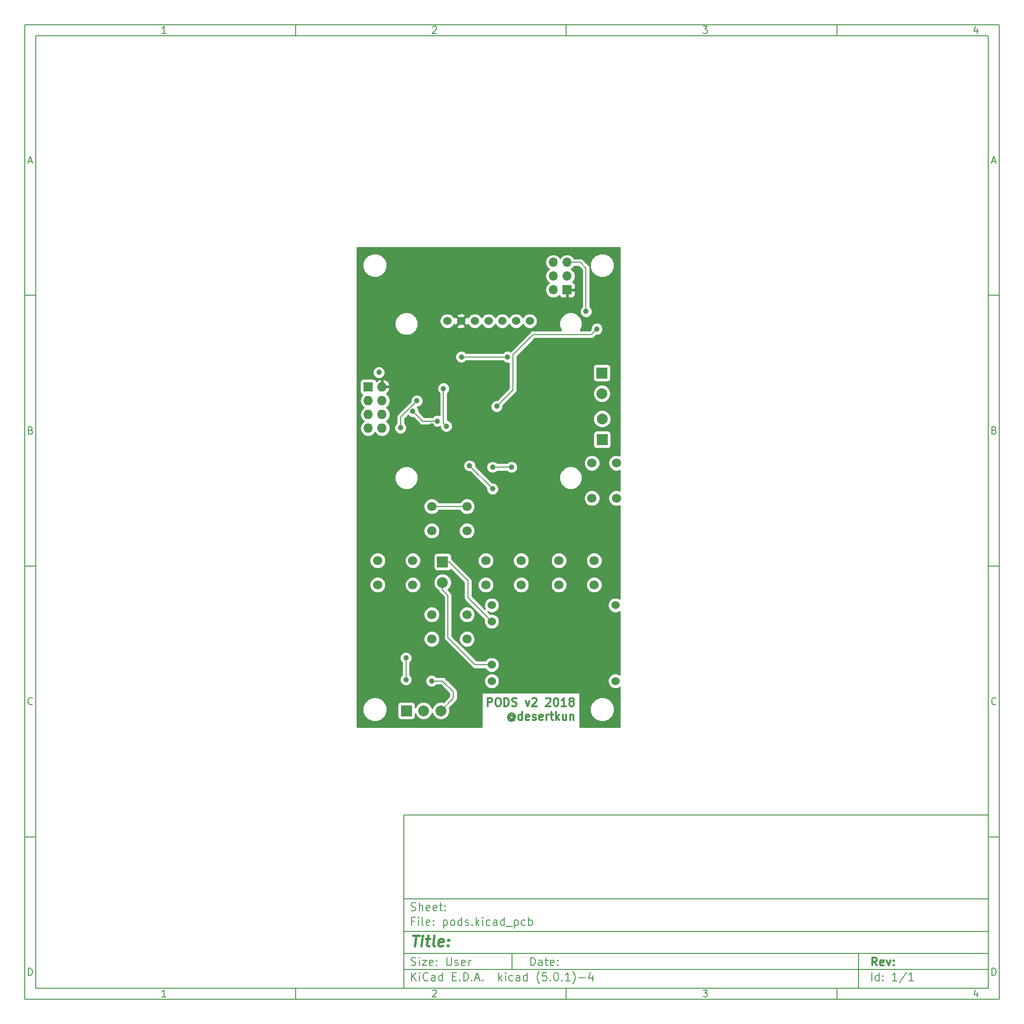
<source format=gbr>
G04 #@! TF.GenerationSoftware,KiCad,Pcbnew,(5.0.1)-4*
G04 #@! TF.CreationDate,2018-12-14T16:01:06+02:00*
G04 #@! TF.ProjectId,pods,706F64732E6B696361645F7063620000,rev?*
G04 #@! TF.SameCoordinates,Original*
G04 #@! TF.FileFunction,Copper,L1,Top,Signal*
G04 #@! TF.FilePolarity,Positive*
%FSLAX46Y46*%
G04 Gerber Fmt 4.6, Leading zero omitted, Abs format (unit mm)*
G04 Created by KiCad (PCBNEW (5.0.1)-4) date 2018-12-14 16:01:06*
%MOMM*%
%LPD*%
G01*
G04 APERTURE LIST*
%ADD10C,0.100000*%
%ADD11C,0.150000*%
%ADD12C,0.300000*%
%ADD13C,0.400000*%
G04 #@! TA.AperFunction,NonConductor*
%ADD14C,0.300000*%
G04 #@! TD*
G04 #@! TA.AperFunction,ComponentPad*
%ADD15C,1.700000*%
G04 #@! TD*
G04 #@! TA.AperFunction,ComponentPad*
%ADD16C,1.524000*%
G04 #@! TD*
G04 #@! TA.AperFunction,ComponentPad*
%ADD17O,1.727200X1.727200*%
G04 #@! TD*
G04 #@! TA.AperFunction,ComponentPad*
%ADD18R,1.727200X1.727200*%
G04 #@! TD*
G04 #@! TA.AperFunction,ComponentPad*
%ADD19C,1.998980*%
G04 #@! TD*
G04 #@! TA.AperFunction,ComponentPad*
%ADD20R,1.998980X1.998980*%
G04 #@! TD*
G04 #@! TA.AperFunction,ComponentPad*
%ADD21R,1.700000X1.700000*%
G04 #@! TD*
G04 #@! TA.AperFunction,ComponentPad*
%ADD22O,1.700000X1.700000*%
G04 #@! TD*
G04 #@! TA.AperFunction,ViaPad*
%ADD23C,1.000000*%
G04 #@! TD*
G04 #@! TA.AperFunction,Conductor*
%ADD24C,0.200000*%
G04 #@! TD*
G04 #@! TA.AperFunction,Conductor*
%ADD25C,0.254000*%
G04 #@! TD*
G04 APERTURE END LIST*
D10*
D11*
X79999600Y-155999600D02*
X79999600Y-187999600D01*
X187999600Y-187999600D01*
X187999600Y-155999600D01*
X79999600Y-155999600D01*
D10*
D11*
X10000000Y-10000000D02*
X10000000Y-189999600D01*
X189999600Y-189999600D01*
X189999600Y-10000000D01*
X10000000Y-10000000D01*
D10*
D11*
X12000000Y-12000000D02*
X12000000Y-187999600D01*
X187999600Y-187999600D01*
X187999600Y-12000000D01*
X12000000Y-12000000D01*
D10*
D11*
X60000000Y-12000000D02*
X60000000Y-10000000D01*
D10*
D11*
X110000000Y-12000000D02*
X110000000Y-10000000D01*
D10*
D11*
X160000000Y-12000000D02*
X160000000Y-10000000D01*
D10*
D11*
X36065476Y-11588095D02*
X35322619Y-11588095D01*
X35694047Y-11588095D02*
X35694047Y-10288095D01*
X35570238Y-10473809D01*
X35446428Y-10597619D01*
X35322619Y-10659523D01*
D10*
D11*
X85322619Y-10411904D02*
X85384523Y-10350000D01*
X85508333Y-10288095D01*
X85817857Y-10288095D01*
X85941666Y-10350000D01*
X86003571Y-10411904D01*
X86065476Y-10535714D01*
X86065476Y-10659523D01*
X86003571Y-10845238D01*
X85260714Y-11588095D01*
X86065476Y-11588095D01*
D10*
D11*
X135260714Y-10288095D02*
X136065476Y-10288095D01*
X135632142Y-10783333D01*
X135817857Y-10783333D01*
X135941666Y-10845238D01*
X136003571Y-10907142D01*
X136065476Y-11030952D01*
X136065476Y-11340476D01*
X136003571Y-11464285D01*
X135941666Y-11526190D01*
X135817857Y-11588095D01*
X135446428Y-11588095D01*
X135322619Y-11526190D01*
X135260714Y-11464285D01*
D10*
D11*
X185941666Y-10721428D02*
X185941666Y-11588095D01*
X185632142Y-10226190D02*
X185322619Y-11154761D01*
X186127380Y-11154761D01*
D10*
D11*
X60000000Y-187999600D02*
X60000000Y-189999600D01*
D10*
D11*
X110000000Y-187999600D02*
X110000000Y-189999600D01*
D10*
D11*
X160000000Y-187999600D02*
X160000000Y-189999600D01*
D10*
D11*
X36065476Y-189587695D02*
X35322619Y-189587695D01*
X35694047Y-189587695D02*
X35694047Y-188287695D01*
X35570238Y-188473409D01*
X35446428Y-188597219D01*
X35322619Y-188659123D01*
D10*
D11*
X85322619Y-188411504D02*
X85384523Y-188349600D01*
X85508333Y-188287695D01*
X85817857Y-188287695D01*
X85941666Y-188349600D01*
X86003571Y-188411504D01*
X86065476Y-188535314D01*
X86065476Y-188659123D01*
X86003571Y-188844838D01*
X85260714Y-189587695D01*
X86065476Y-189587695D01*
D10*
D11*
X135260714Y-188287695D02*
X136065476Y-188287695D01*
X135632142Y-188782933D01*
X135817857Y-188782933D01*
X135941666Y-188844838D01*
X136003571Y-188906742D01*
X136065476Y-189030552D01*
X136065476Y-189340076D01*
X136003571Y-189463885D01*
X135941666Y-189525790D01*
X135817857Y-189587695D01*
X135446428Y-189587695D01*
X135322619Y-189525790D01*
X135260714Y-189463885D01*
D10*
D11*
X185941666Y-188721028D02*
X185941666Y-189587695D01*
X185632142Y-188225790D02*
X185322619Y-189154361D01*
X186127380Y-189154361D01*
D10*
D11*
X10000000Y-60000000D02*
X12000000Y-60000000D01*
D10*
D11*
X10000000Y-110000000D02*
X12000000Y-110000000D01*
D10*
D11*
X10000000Y-160000000D02*
X12000000Y-160000000D01*
D10*
D11*
X10690476Y-35216666D02*
X11309523Y-35216666D01*
X10566666Y-35588095D02*
X11000000Y-34288095D01*
X11433333Y-35588095D01*
D10*
D11*
X11092857Y-84907142D02*
X11278571Y-84969047D01*
X11340476Y-85030952D01*
X11402380Y-85154761D01*
X11402380Y-85340476D01*
X11340476Y-85464285D01*
X11278571Y-85526190D01*
X11154761Y-85588095D01*
X10659523Y-85588095D01*
X10659523Y-84288095D01*
X11092857Y-84288095D01*
X11216666Y-84350000D01*
X11278571Y-84411904D01*
X11340476Y-84535714D01*
X11340476Y-84659523D01*
X11278571Y-84783333D01*
X11216666Y-84845238D01*
X11092857Y-84907142D01*
X10659523Y-84907142D01*
D10*
D11*
X11402380Y-135464285D02*
X11340476Y-135526190D01*
X11154761Y-135588095D01*
X11030952Y-135588095D01*
X10845238Y-135526190D01*
X10721428Y-135402380D01*
X10659523Y-135278571D01*
X10597619Y-135030952D01*
X10597619Y-134845238D01*
X10659523Y-134597619D01*
X10721428Y-134473809D01*
X10845238Y-134350000D01*
X11030952Y-134288095D01*
X11154761Y-134288095D01*
X11340476Y-134350000D01*
X11402380Y-134411904D01*
D10*
D11*
X10659523Y-185588095D02*
X10659523Y-184288095D01*
X10969047Y-184288095D01*
X11154761Y-184350000D01*
X11278571Y-184473809D01*
X11340476Y-184597619D01*
X11402380Y-184845238D01*
X11402380Y-185030952D01*
X11340476Y-185278571D01*
X11278571Y-185402380D01*
X11154761Y-185526190D01*
X10969047Y-185588095D01*
X10659523Y-185588095D01*
D10*
D11*
X189999600Y-60000000D02*
X187999600Y-60000000D01*
D10*
D11*
X189999600Y-110000000D02*
X187999600Y-110000000D01*
D10*
D11*
X189999600Y-160000000D02*
X187999600Y-160000000D01*
D10*
D11*
X188690076Y-35216666D02*
X189309123Y-35216666D01*
X188566266Y-35588095D02*
X188999600Y-34288095D01*
X189432933Y-35588095D01*
D10*
D11*
X189092457Y-84907142D02*
X189278171Y-84969047D01*
X189340076Y-85030952D01*
X189401980Y-85154761D01*
X189401980Y-85340476D01*
X189340076Y-85464285D01*
X189278171Y-85526190D01*
X189154361Y-85588095D01*
X188659123Y-85588095D01*
X188659123Y-84288095D01*
X189092457Y-84288095D01*
X189216266Y-84350000D01*
X189278171Y-84411904D01*
X189340076Y-84535714D01*
X189340076Y-84659523D01*
X189278171Y-84783333D01*
X189216266Y-84845238D01*
X189092457Y-84907142D01*
X188659123Y-84907142D01*
D10*
D11*
X189401980Y-135464285D02*
X189340076Y-135526190D01*
X189154361Y-135588095D01*
X189030552Y-135588095D01*
X188844838Y-135526190D01*
X188721028Y-135402380D01*
X188659123Y-135278571D01*
X188597219Y-135030952D01*
X188597219Y-134845238D01*
X188659123Y-134597619D01*
X188721028Y-134473809D01*
X188844838Y-134350000D01*
X189030552Y-134288095D01*
X189154361Y-134288095D01*
X189340076Y-134350000D01*
X189401980Y-134411904D01*
D10*
D11*
X188659123Y-185588095D02*
X188659123Y-184288095D01*
X188968647Y-184288095D01*
X189154361Y-184350000D01*
X189278171Y-184473809D01*
X189340076Y-184597619D01*
X189401980Y-184845238D01*
X189401980Y-185030952D01*
X189340076Y-185278571D01*
X189278171Y-185402380D01*
X189154361Y-185526190D01*
X188968647Y-185588095D01*
X188659123Y-185588095D01*
D10*
D11*
X103431742Y-183778171D02*
X103431742Y-182278171D01*
X103788885Y-182278171D01*
X104003171Y-182349600D01*
X104146028Y-182492457D01*
X104217457Y-182635314D01*
X104288885Y-182921028D01*
X104288885Y-183135314D01*
X104217457Y-183421028D01*
X104146028Y-183563885D01*
X104003171Y-183706742D01*
X103788885Y-183778171D01*
X103431742Y-183778171D01*
X105574600Y-183778171D02*
X105574600Y-182992457D01*
X105503171Y-182849600D01*
X105360314Y-182778171D01*
X105074600Y-182778171D01*
X104931742Y-182849600D01*
X105574600Y-183706742D02*
X105431742Y-183778171D01*
X105074600Y-183778171D01*
X104931742Y-183706742D01*
X104860314Y-183563885D01*
X104860314Y-183421028D01*
X104931742Y-183278171D01*
X105074600Y-183206742D01*
X105431742Y-183206742D01*
X105574600Y-183135314D01*
X106074600Y-182778171D02*
X106646028Y-182778171D01*
X106288885Y-182278171D02*
X106288885Y-183563885D01*
X106360314Y-183706742D01*
X106503171Y-183778171D01*
X106646028Y-183778171D01*
X107717457Y-183706742D02*
X107574600Y-183778171D01*
X107288885Y-183778171D01*
X107146028Y-183706742D01*
X107074600Y-183563885D01*
X107074600Y-182992457D01*
X107146028Y-182849600D01*
X107288885Y-182778171D01*
X107574600Y-182778171D01*
X107717457Y-182849600D01*
X107788885Y-182992457D01*
X107788885Y-183135314D01*
X107074600Y-183278171D01*
X108431742Y-183635314D02*
X108503171Y-183706742D01*
X108431742Y-183778171D01*
X108360314Y-183706742D01*
X108431742Y-183635314D01*
X108431742Y-183778171D01*
X108431742Y-182849600D02*
X108503171Y-182921028D01*
X108431742Y-182992457D01*
X108360314Y-182921028D01*
X108431742Y-182849600D01*
X108431742Y-182992457D01*
D10*
D11*
X79999600Y-184499600D02*
X187999600Y-184499600D01*
D10*
D11*
X81431742Y-186578171D02*
X81431742Y-185078171D01*
X82288885Y-186578171D02*
X81646028Y-185721028D01*
X82288885Y-185078171D02*
X81431742Y-185935314D01*
X82931742Y-186578171D02*
X82931742Y-185578171D01*
X82931742Y-185078171D02*
X82860314Y-185149600D01*
X82931742Y-185221028D01*
X83003171Y-185149600D01*
X82931742Y-185078171D01*
X82931742Y-185221028D01*
X84503171Y-186435314D02*
X84431742Y-186506742D01*
X84217457Y-186578171D01*
X84074600Y-186578171D01*
X83860314Y-186506742D01*
X83717457Y-186363885D01*
X83646028Y-186221028D01*
X83574600Y-185935314D01*
X83574600Y-185721028D01*
X83646028Y-185435314D01*
X83717457Y-185292457D01*
X83860314Y-185149600D01*
X84074600Y-185078171D01*
X84217457Y-185078171D01*
X84431742Y-185149600D01*
X84503171Y-185221028D01*
X85788885Y-186578171D02*
X85788885Y-185792457D01*
X85717457Y-185649600D01*
X85574600Y-185578171D01*
X85288885Y-185578171D01*
X85146028Y-185649600D01*
X85788885Y-186506742D02*
X85646028Y-186578171D01*
X85288885Y-186578171D01*
X85146028Y-186506742D01*
X85074600Y-186363885D01*
X85074600Y-186221028D01*
X85146028Y-186078171D01*
X85288885Y-186006742D01*
X85646028Y-186006742D01*
X85788885Y-185935314D01*
X87146028Y-186578171D02*
X87146028Y-185078171D01*
X87146028Y-186506742D02*
X87003171Y-186578171D01*
X86717457Y-186578171D01*
X86574600Y-186506742D01*
X86503171Y-186435314D01*
X86431742Y-186292457D01*
X86431742Y-185863885D01*
X86503171Y-185721028D01*
X86574600Y-185649600D01*
X86717457Y-185578171D01*
X87003171Y-185578171D01*
X87146028Y-185649600D01*
X89003171Y-185792457D02*
X89503171Y-185792457D01*
X89717457Y-186578171D02*
X89003171Y-186578171D01*
X89003171Y-185078171D01*
X89717457Y-185078171D01*
X90360314Y-186435314D02*
X90431742Y-186506742D01*
X90360314Y-186578171D01*
X90288885Y-186506742D01*
X90360314Y-186435314D01*
X90360314Y-186578171D01*
X91074600Y-186578171D02*
X91074600Y-185078171D01*
X91431742Y-185078171D01*
X91646028Y-185149600D01*
X91788885Y-185292457D01*
X91860314Y-185435314D01*
X91931742Y-185721028D01*
X91931742Y-185935314D01*
X91860314Y-186221028D01*
X91788885Y-186363885D01*
X91646028Y-186506742D01*
X91431742Y-186578171D01*
X91074600Y-186578171D01*
X92574600Y-186435314D02*
X92646028Y-186506742D01*
X92574600Y-186578171D01*
X92503171Y-186506742D01*
X92574600Y-186435314D01*
X92574600Y-186578171D01*
X93217457Y-186149600D02*
X93931742Y-186149600D01*
X93074600Y-186578171D02*
X93574600Y-185078171D01*
X94074600Y-186578171D01*
X94574600Y-186435314D02*
X94646028Y-186506742D01*
X94574600Y-186578171D01*
X94503171Y-186506742D01*
X94574600Y-186435314D01*
X94574600Y-186578171D01*
X97574600Y-186578171D02*
X97574600Y-185078171D01*
X97717457Y-186006742D02*
X98146028Y-186578171D01*
X98146028Y-185578171D02*
X97574600Y-186149600D01*
X98788885Y-186578171D02*
X98788885Y-185578171D01*
X98788885Y-185078171D02*
X98717457Y-185149600D01*
X98788885Y-185221028D01*
X98860314Y-185149600D01*
X98788885Y-185078171D01*
X98788885Y-185221028D01*
X100146028Y-186506742D02*
X100003171Y-186578171D01*
X99717457Y-186578171D01*
X99574600Y-186506742D01*
X99503171Y-186435314D01*
X99431742Y-186292457D01*
X99431742Y-185863885D01*
X99503171Y-185721028D01*
X99574600Y-185649600D01*
X99717457Y-185578171D01*
X100003171Y-185578171D01*
X100146028Y-185649600D01*
X101431742Y-186578171D02*
X101431742Y-185792457D01*
X101360314Y-185649600D01*
X101217457Y-185578171D01*
X100931742Y-185578171D01*
X100788885Y-185649600D01*
X101431742Y-186506742D02*
X101288885Y-186578171D01*
X100931742Y-186578171D01*
X100788885Y-186506742D01*
X100717457Y-186363885D01*
X100717457Y-186221028D01*
X100788885Y-186078171D01*
X100931742Y-186006742D01*
X101288885Y-186006742D01*
X101431742Y-185935314D01*
X102788885Y-186578171D02*
X102788885Y-185078171D01*
X102788885Y-186506742D02*
X102646028Y-186578171D01*
X102360314Y-186578171D01*
X102217457Y-186506742D01*
X102146028Y-186435314D01*
X102074600Y-186292457D01*
X102074600Y-185863885D01*
X102146028Y-185721028D01*
X102217457Y-185649600D01*
X102360314Y-185578171D01*
X102646028Y-185578171D01*
X102788885Y-185649600D01*
X105074600Y-187149600D02*
X105003171Y-187078171D01*
X104860314Y-186863885D01*
X104788885Y-186721028D01*
X104717457Y-186506742D01*
X104646028Y-186149600D01*
X104646028Y-185863885D01*
X104717457Y-185506742D01*
X104788885Y-185292457D01*
X104860314Y-185149600D01*
X105003171Y-184935314D01*
X105074600Y-184863885D01*
X106360314Y-185078171D02*
X105646028Y-185078171D01*
X105574600Y-185792457D01*
X105646028Y-185721028D01*
X105788885Y-185649600D01*
X106146028Y-185649600D01*
X106288885Y-185721028D01*
X106360314Y-185792457D01*
X106431742Y-185935314D01*
X106431742Y-186292457D01*
X106360314Y-186435314D01*
X106288885Y-186506742D01*
X106146028Y-186578171D01*
X105788885Y-186578171D01*
X105646028Y-186506742D01*
X105574600Y-186435314D01*
X107074600Y-186435314D02*
X107146028Y-186506742D01*
X107074600Y-186578171D01*
X107003171Y-186506742D01*
X107074600Y-186435314D01*
X107074600Y-186578171D01*
X108074600Y-185078171D02*
X108217457Y-185078171D01*
X108360314Y-185149600D01*
X108431742Y-185221028D01*
X108503171Y-185363885D01*
X108574600Y-185649600D01*
X108574600Y-186006742D01*
X108503171Y-186292457D01*
X108431742Y-186435314D01*
X108360314Y-186506742D01*
X108217457Y-186578171D01*
X108074600Y-186578171D01*
X107931742Y-186506742D01*
X107860314Y-186435314D01*
X107788885Y-186292457D01*
X107717457Y-186006742D01*
X107717457Y-185649600D01*
X107788885Y-185363885D01*
X107860314Y-185221028D01*
X107931742Y-185149600D01*
X108074600Y-185078171D01*
X109217457Y-186435314D02*
X109288885Y-186506742D01*
X109217457Y-186578171D01*
X109146028Y-186506742D01*
X109217457Y-186435314D01*
X109217457Y-186578171D01*
X110717457Y-186578171D02*
X109860314Y-186578171D01*
X110288885Y-186578171D02*
X110288885Y-185078171D01*
X110146028Y-185292457D01*
X110003171Y-185435314D01*
X109860314Y-185506742D01*
X111217457Y-187149600D02*
X111288885Y-187078171D01*
X111431742Y-186863885D01*
X111503171Y-186721028D01*
X111574600Y-186506742D01*
X111646028Y-186149600D01*
X111646028Y-185863885D01*
X111574600Y-185506742D01*
X111503171Y-185292457D01*
X111431742Y-185149600D01*
X111288885Y-184935314D01*
X111217457Y-184863885D01*
X112360314Y-186006742D02*
X113503171Y-186006742D01*
X114860314Y-185578171D02*
X114860314Y-186578171D01*
X114503171Y-185006742D02*
X114146028Y-186078171D01*
X115074600Y-186078171D01*
D10*
D11*
X79999600Y-181499600D02*
X187999600Y-181499600D01*
D10*
D12*
X167408885Y-183778171D02*
X166908885Y-183063885D01*
X166551742Y-183778171D02*
X166551742Y-182278171D01*
X167123171Y-182278171D01*
X167266028Y-182349600D01*
X167337457Y-182421028D01*
X167408885Y-182563885D01*
X167408885Y-182778171D01*
X167337457Y-182921028D01*
X167266028Y-182992457D01*
X167123171Y-183063885D01*
X166551742Y-183063885D01*
X168623171Y-183706742D02*
X168480314Y-183778171D01*
X168194600Y-183778171D01*
X168051742Y-183706742D01*
X167980314Y-183563885D01*
X167980314Y-182992457D01*
X168051742Y-182849600D01*
X168194600Y-182778171D01*
X168480314Y-182778171D01*
X168623171Y-182849600D01*
X168694600Y-182992457D01*
X168694600Y-183135314D01*
X167980314Y-183278171D01*
X169194600Y-182778171D02*
X169551742Y-183778171D01*
X169908885Y-182778171D01*
X170480314Y-183635314D02*
X170551742Y-183706742D01*
X170480314Y-183778171D01*
X170408885Y-183706742D01*
X170480314Y-183635314D01*
X170480314Y-183778171D01*
X170480314Y-182849600D02*
X170551742Y-182921028D01*
X170480314Y-182992457D01*
X170408885Y-182921028D01*
X170480314Y-182849600D01*
X170480314Y-182992457D01*
D10*
D11*
X81360314Y-183706742D02*
X81574600Y-183778171D01*
X81931742Y-183778171D01*
X82074600Y-183706742D01*
X82146028Y-183635314D01*
X82217457Y-183492457D01*
X82217457Y-183349600D01*
X82146028Y-183206742D01*
X82074600Y-183135314D01*
X81931742Y-183063885D01*
X81646028Y-182992457D01*
X81503171Y-182921028D01*
X81431742Y-182849600D01*
X81360314Y-182706742D01*
X81360314Y-182563885D01*
X81431742Y-182421028D01*
X81503171Y-182349600D01*
X81646028Y-182278171D01*
X82003171Y-182278171D01*
X82217457Y-182349600D01*
X82860314Y-183778171D02*
X82860314Y-182778171D01*
X82860314Y-182278171D02*
X82788885Y-182349600D01*
X82860314Y-182421028D01*
X82931742Y-182349600D01*
X82860314Y-182278171D01*
X82860314Y-182421028D01*
X83431742Y-182778171D02*
X84217457Y-182778171D01*
X83431742Y-183778171D01*
X84217457Y-183778171D01*
X85360314Y-183706742D02*
X85217457Y-183778171D01*
X84931742Y-183778171D01*
X84788885Y-183706742D01*
X84717457Y-183563885D01*
X84717457Y-182992457D01*
X84788885Y-182849600D01*
X84931742Y-182778171D01*
X85217457Y-182778171D01*
X85360314Y-182849600D01*
X85431742Y-182992457D01*
X85431742Y-183135314D01*
X84717457Y-183278171D01*
X86074600Y-183635314D02*
X86146028Y-183706742D01*
X86074600Y-183778171D01*
X86003171Y-183706742D01*
X86074600Y-183635314D01*
X86074600Y-183778171D01*
X86074600Y-182849600D02*
X86146028Y-182921028D01*
X86074600Y-182992457D01*
X86003171Y-182921028D01*
X86074600Y-182849600D01*
X86074600Y-182992457D01*
X87931742Y-182278171D02*
X87931742Y-183492457D01*
X88003171Y-183635314D01*
X88074600Y-183706742D01*
X88217457Y-183778171D01*
X88503171Y-183778171D01*
X88646028Y-183706742D01*
X88717457Y-183635314D01*
X88788885Y-183492457D01*
X88788885Y-182278171D01*
X89431742Y-183706742D02*
X89574600Y-183778171D01*
X89860314Y-183778171D01*
X90003171Y-183706742D01*
X90074600Y-183563885D01*
X90074600Y-183492457D01*
X90003171Y-183349600D01*
X89860314Y-183278171D01*
X89646028Y-183278171D01*
X89503171Y-183206742D01*
X89431742Y-183063885D01*
X89431742Y-182992457D01*
X89503171Y-182849600D01*
X89646028Y-182778171D01*
X89860314Y-182778171D01*
X90003171Y-182849600D01*
X91288885Y-183706742D02*
X91146028Y-183778171D01*
X90860314Y-183778171D01*
X90717457Y-183706742D01*
X90646028Y-183563885D01*
X90646028Y-182992457D01*
X90717457Y-182849600D01*
X90860314Y-182778171D01*
X91146028Y-182778171D01*
X91288885Y-182849600D01*
X91360314Y-182992457D01*
X91360314Y-183135314D01*
X90646028Y-183278171D01*
X92003171Y-183778171D02*
X92003171Y-182778171D01*
X92003171Y-183063885D02*
X92074600Y-182921028D01*
X92146028Y-182849600D01*
X92288885Y-182778171D01*
X92431742Y-182778171D01*
D10*
D11*
X166431742Y-186578171D02*
X166431742Y-185078171D01*
X167788885Y-186578171D02*
X167788885Y-185078171D01*
X167788885Y-186506742D02*
X167646028Y-186578171D01*
X167360314Y-186578171D01*
X167217457Y-186506742D01*
X167146028Y-186435314D01*
X167074600Y-186292457D01*
X167074600Y-185863885D01*
X167146028Y-185721028D01*
X167217457Y-185649600D01*
X167360314Y-185578171D01*
X167646028Y-185578171D01*
X167788885Y-185649600D01*
X168503171Y-186435314D02*
X168574600Y-186506742D01*
X168503171Y-186578171D01*
X168431742Y-186506742D01*
X168503171Y-186435314D01*
X168503171Y-186578171D01*
X168503171Y-185649600D02*
X168574600Y-185721028D01*
X168503171Y-185792457D01*
X168431742Y-185721028D01*
X168503171Y-185649600D01*
X168503171Y-185792457D01*
X171146028Y-186578171D02*
X170288885Y-186578171D01*
X170717457Y-186578171D02*
X170717457Y-185078171D01*
X170574600Y-185292457D01*
X170431742Y-185435314D01*
X170288885Y-185506742D01*
X172860314Y-185006742D02*
X171574600Y-186935314D01*
X174146028Y-186578171D02*
X173288885Y-186578171D01*
X173717457Y-186578171D02*
X173717457Y-185078171D01*
X173574600Y-185292457D01*
X173431742Y-185435314D01*
X173288885Y-185506742D01*
D10*
D11*
X79999600Y-177499600D02*
X187999600Y-177499600D01*
D10*
D13*
X81711980Y-178204361D02*
X82854838Y-178204361D01*
X82033409Y-180204361D02*
X82283409Y-178204361D01*
X83271504Y-180204361D02*
X83438171Y-178871028D01*
X83521504Y-178204361D02*
X83414361Y-178299600D01*
X83497695Y-178394838D01*
X83604838Y-178299600D01*
X83521504Y-178204361D01*
X83497695Y-178394838D01*
X84104838Y-178871028D02*
X84866742Y-178871028D01*
X84473885Y-178204361D02*
X84259600Y-179918647D01*
X84331028Y-180109123D01*
X84509600Y-180204361D01*
X84700076Y-180204361D01*
X85652457Y-180204361D02*
X85473885Y-180109123D01*
X85402457Y-179918647D01*
X85616742Y-178204361D01*
X87188171Y-180109123D02*
X86985790Y-180204361D01*
X86604838Y-180204361D01*
X86426266Y-180109123D01*
X86354838Y-179918647D01*
X86450076Y-179156742D01*
X86569123Y-178966266D01*
X86771504Y-178871028D01*
X87152457Y-178871028D01*
X87331028Y-178966266D01*
X87402457Y-179156742D01*
X87378647Y-179347219D01*
X86402457Y-179537695D01*
X88152457Y-180013885D02*
X88235790Y-180109123D01*
X88128647Y-180204361D01*
X88045314Y-180109123D01*
X88152457Y-180013885D01*
X88128647Y-180204361D01*
X88283409Y-178966266D02*
X88366742Y-179061504D01*
X88259600Y-179156742D01*
X88176266Y-179061504D01*
X88283409Y-178966266D01*
X88259600Y-179156742D01*
D10*
D11*
X81931742Y-175592457D02*
X81431742Y-175592457D01*
X81431742Y-176378171D02*
X81431742Y-174878171D01*
X82146028Y-174878171D01*
X82717457Y-176378171D02*
X82717457Y-175378171D01*
X82717457Y-174878171D02*
X82646028Y-174949600D01*
X82717457Y-175021028D01*
X82788885Y-174949600D01*
X82717457Y-174878171D01*
X82717457Y-175021028D01*
X83646028Y-176378171D02*
X83503171Y-176306742D01*
X83431742Y-176163885D01*
X83431742Y-174878171D01*
X84788885Y-176306742D02*
X84646028Y-176378171D01*
X84360314Y-176378171D01*
X84217457Y-176306742D01*
X84146028Y-176163885D01*
X84146028Y-175592457D01*
X84217457Y-175449600D01*
X84360314Y-175378171D01*
X84646028Y-175378171D01*
X84788885Y-175449600D01*
X84860314Y-175592457D01*
X84860314Y-175735314D01*
X84146028Y-175878171D01*
X85503171Y-176235314D02*
X85574600Y-176306742D01*
X85503171Y-176378171D01*
X85431742Y-176306742D01*
X85503171Y-176235314D01*
X85503171Y-176378171D01*
X85503171Y-175449600D02*
X85574600Y-175521028D01*
X85503171Y-175592457D01*
X85431742Y-175521028D01*
X85503171Y-175449600D01*
X85503171Y-175592457D01*
X87360314Y-175378171D02*
X87360314Y-176878171D01*
X87360314Y-175449600D02*
X87503171Y-175378171D01*
X87788885Y-175378171D01*
X87931742Y-175449600D01*
X88003171Y-175521028D01*
X88074600Y-175663885D01*
X88074600Y-176092457D01*
X88003171Y-176235314D01*
X87931742Y-176306742D01*
X87788885Y-176378171D01*
X87503171Y-176378171D01*
X87360314Y-176306742D01*
X88931742Y-176378171D02*
X88788885Y-176306742D01*
X88717457Y-176235314D01*
X88646028Y-176092457D01*
X88646028Y-175663885D01*
X88717457Y-175521028D01*
X88788885Y-175449600D01*
X88931742Y-175378171D01*
X89146028Y-175378171D01*
X89288885Y-175449600D01*
X89360314Y-175521028D01*
X89431742Y-175663885D01*
X89431742Y-176092457D01*
X89360314Y-176235314D01*
X89288885Y-176306742D01*
X89146028Y-176378171D01*
X88931742Y-176378171D01*
X90717457Y-176378171D02*
X90717457Y-174878171D01*
X90717457Y-176306742D02*
X90574600Y-176378171D01*
X90288885Y-176378171D01*
X90146028Y-176306742D01*
X90074600Y-176235314D01*
X90003171Y-176092457D01*
X90003171Y-175663885D01*
X90074600Y-175521028D01*
X90146028Y-175449600D01*
X90288885Y-175378171D01*
X90574600Y-175378171D01*
X90717457Y-175449600D01*
X91360314Y-176306742D02*
X91503171Y-176378171D01*
X91788885Y-176378171D01*
X91931742Y-176306742D01*
X92003171Y-176163885D01*
X92003171Y-176092457D01*
X91931742Y-175949600D01*
X91788885Y-175878171D01*
X91574600Y-175878171D01*
X91431742Y-175806742D01*
X91360314Y-175663885D01*
X91360314Y-175592457D01*
X91431742Y-175449600D01*
X91574600Y-175378171D01*
X91788885Y-175378171D01*
X91931742Y-175449600D01*
X92646028Y-176235314D02*
X92717457Y-176306742D01*
X92646028Y-176378171D01*
X92574600Y-176306742D01*
X92646028Y-176235314D01*
X92646028Y-176378171D01*
X93360314Y-176378171D02*
X93360314Y-174878171D01*
X93503171Y-175806742D02*
X93931742Y-176378171D01*
X93931742Y-175378171D02*
X93360314Y-175949600D01*
X94574600Y-176378171D02*
X94574600Y-175378171D01*
X94574600Y-174878171D02*
X94503171Y-174949600D01*
X94574600Y-175021028D01*
X94646028Y-174949600D01*
X94574600Y-174878171D01*
X94574600Y-175021028D01*
X95931742Y-176306742D02*
X95788885Y-176378171D01*
X95503171Y-176378171D01*
X95360314Y-176306742D01*
X95288885Y-176235314D01*
X95217457Y-176092457D01*
X95217457Y-175663885D01*
X95288885Y-175521028D01*
X95360314Y-175449600D01*
X95503171Y-175378171D01*
X95788885Y-175378171D01*
X95931742Y-175449600D01*
X97217457Y-176378171D02*
X97217457Y-175592457D01*
X97146028Y-175449600D01*
X97003171Y-175378171D01*
X96717457Y-175378171D01*
X96574600Y-175449600D01*
X97217457Y-176306742D02*
X97074600Y-176378171D01*
X96717457Y-176378171D01*
X96574600Y-176306742D01*
X96503171Y-176163885D01*
X96503171Y-176021028D01*
X96574600Y-175878171D01*
X96717457Y-175806742D01*
X97074600Y-175806742D01*
X97217457Y-175735314D01*
X98574600Y-176378171D02*
X98574600Y-174878171D01*
X98574600Y-176306742D02*
X98431742Y-176378171D01*
X98146028Y-176378171D01*
X98003171Y-176306742D01*
X97931742Y-176235314D01*
X97860314Y-176092457D01*
X97860314Y-175663885D01*
X97931742Y-175521028D01*
X98003171Y-175449600D01*
X98146028Y-175378171D01*
X98431742Y-175378171D01*
X98574600Y-175449600D01*
X98931742Y-176521028D02*
X100074600Y-176521028D01*
X100431742Y-175378171D02*
X100431742Y-176878171D01*
X100431742Y-175449600D02*
X100574600Y-175378171D01*
X100860314Y-175378171D01*
X101003171Y-175449600D01*
X101074600Y-175521028D01*
X101146028Y-175663885D01*
X101146028Y-176092457D01*
X101074600Y-176235314D01*
X101003171Y-176306742D01*
X100860314Y-176378171D01*
X100574600Y-176378171D01*
X100431742Y-176306742D01*
X102431742Y-176306742D02*
X102288885Y-176378171D01*
X102003171Y-176378171D01*
X101860314Y-176306742D01*
X101788885Y-176235314D01*
X101717457Y-176092457D01*
X101717457Y-175663885D01*
X101788885Y-175521028D01*
X101860314Y-175449600D01*
X102003171Y-175378171D01*
X102288885Y-175378171D01*
X102431742Y-175449600D01*
X103074600Y-176378171D02*
X103074600Y-174878171D01*
X103074600Y-175449600D02*
X103217457Y-175378171D01*
X103503171Y-175378171D01*
X103646028Y-175449600D01*
X103717457Y-175521028D01*
X103788885Y-175663885D01*
X103788885Y-176092457D01*
X103717457Y-176235314D01*
X103646028Y-176306742D01*
X103503171Y-176378171D01*
X103217457Y-176378171D01*
X103074600Y-176306742D01*
D10*
D11*
X79999600Y-171499600D02*
X187999600Y-171499600D01*
D10*
D11*
X81360314Y-173606742D02*
X81574600Y-173678171D01*
X81931742Y-173678171D01*
X82074600Y-173606742D01*
X82146028Y-173535314D01*
X82217457Y-173392457D01*
X82217457Y-173249600D01*
X82146028Y-173106742D01*
X82074600Y-173035314D01*
X81931742Y-172963885D01*
X81646028Y-172892457D01*
X81503171Y-172821028D01*
X81431742Y-172749600D01*
X81360314Y-172606742D01*
X81360314Y-172463885D01*
X81431742Y-172321028D01*
X81503171Y-172249600D01*
X81646028Y-172178171D01*
X82003171Y-172178171D01*
X82217457Y-172249600D01*
X82860314Y-173678171D02*
X82860314Y-172178171D01*
X83503171Y-173678171D02*
X83503171Y-172892457D01*
X83431742Y-172749600D01*
X83288885Y-172678171D01*
X83074600Y-172678171D01*
X82931742Y-172749600D01*
X82860314Y-172821028D01*
X84788885Y-173606742D02*
X84646028Y-173678171D01*
X84360314Y-173678171D01*
X84217457Y-173606742D01*
X84146028Y-173463885D01*
X84146028Y-172892457D01*
X84217457Y-172749600D01*
X84360314Y-172678171D01*
X84646028Y-172678171D01*
X84788885Y-172749600D01*
X84860314Y-172892457D01*
X84860314Y-173035314D01*
X84146028Y-173178171D01*
X86074600Y-173606742D02*
X85931742Y-173678171D01*
X85646028Y-173678171D01*
X85503171Y-173606742D01*
X85431742Y-173463885D01*
X85431742Y-172892457D01*
X85503171Y-172749600D01*
X85646028Y-172678171D01*
X85931742Y-172678171D01*
X86074600Y-172749600D01*
X86146028Y-172892457D01*
X86146028Y-173035314D01*
X85431742Y-173178171D01*
X86574600Y-172678171D02*
X87146028Y-172678171D01*
X86788885Y-172178171D02*
X86788885Y-173463885D01*
X86860314Y-173606742D01*
X87003171Y-173678171D01*
X87146028Y-173678171D01*
X87646028Y-173535314D02*
X87717457Y-173606742D01*
X87646028Y-173678171D01*
X87574600Y-173606742D01*
X87646028Y-173535314D01*
X87646028Y-173678171D01*
X87646028Y-172749600D02*
X87717457Y-172821028D01*
X87646028Y-172892457D01*
X87574600Y-172821028D01*
X87646028Y-172749600D01*
X87646028Y-172892457D01*
D10*
D11*
X99999600Y-181499600D02*
X99999600Y-184499600D01*
D10*
D11*
X163999600Y-181499600D02*
X163999600Y-187999600D01*
D14*
X95500714Y-135863571D02*
X95500714Y-134363571D01*
X96072142Y-134363571D01*
X96215000Y-134435000D01*
X96286428Y-134506428D01*
X96357857Y-134649285D01*
X96357857Y-134863571D01*
X96286428Y-135006428D01*
X96215000Y-135077857D01*
X96072142Y-135149285D01*
X95500714Y-135149285D01*
X97286428Y-134363571D02*
X97572142Y-134363571D01*
X97715000Y-134435000D01*
X97857857Y-134577857D01*
X97929285Y-134863571D01*
X97929285Y-135363571D01*
X97857857Y-135649285D01*
X97715000Y-135792142D01*
X97572142Y-135863571D01*
X97286428Y-135863571D01*
X97143571Y-135792142D01*
X97000714Y-135649285D01*
X96929285Y-135363571D01*
X96929285Y-134863571D01*
X97000714Y-134577857D01*
X97143571Y-134435000D01*
X97286428Y-134363571D01*
X98572142Y-135863571D02*
X98572142Y-134363571D01*
X98929285Y-134363571D01*
X99143571Y-134435000D01*
X99286428Y-134577857D01*
X99357857Y-134720714D01*
X99429285Y-135006428D01*
X99429285Y-135220714D01*
X99357857Y-135506428D01*
X99286428Y-135649285D01*
X99143571Y-135792142D01*
X98929285Y-135863571D01*
X98572142Y-135863571D01*
X100000714Y-135792142D02*
X100215000Y-135863571D01*
X100572142Y-135863571D01*
X100715000Y-135792142D01*
X100786428Y-135720714D01*
X100857857Y-135577857D01*
X100857857Y-135435000D01*
X100786428Y-135292142D01*
X100715000Y-135220714D01*
X100572142Y-135149285D01*
X100286428Y-135077857D01*
X100143571Y-135006428D01*
X100072142Y-134935000D01*
X100000714Y-134792142D01*
X100000714Y-134649285D01*
X100072142Y-134506428D01*
X100143571Y-134435000D01*
X100286428Y-134363571D01*
X100643571Y-134363571D01*
X100857857Y-134435000D01*
X102500714Y-134863571D02*
X102857857Y-135863571D01*
X103215000Y-134863571D01*
X103715000Y-134506428D02*
X103786428Y-134435000D01*
X103929285Y-134363571D01*
X104286428Y-134363571D01*
X104429285Y-134435000D01*
X104500714Y-134506428D01*
X104572142Y-134649285D01*
X104572142Y-134792142D01*
X104500714Y-135006428D01*
X103643571Y-135863571D01*
X104572142Y-135863571D01*
X106286428Y-134506428D02*
X106357857Y-134435000D01*
X106500714Y-134363571D01*
X106857857Y-134363571D01*
X107000714Y-134435000D01*
X107072142Y-134506428D01*
X107143571Y-134649285D01*
X107143571Y-134792142D01*
X107072142Y-135006428D01*
X106215000Y-135863571D01*
X107143571Y-135863571D01*
X108072142Y-134363571D02*
X108215000Y-134363571D01*
X108357857Y-134435000D01*
X108429285Y-134506428D01*
X108500714Y-134649285D01*
X108572142Y-134935000D01*
X108572142Y-135292142D01*
X108500714Y-135577857D01*
X108429285Y-135720714D01*
X108357857Y-135792142D01*
X108215000Y-135863571D01*
X108072142Y-135863571D01*
X107929285Y-135792142D01*
X107857857Y-135720714D01*
X107786428Y-135577857D01*
X107715000Y-135292142D01*
X107715000Y-134935000D01*
X107786428Y-134649285D01*
X107857857Y-134506428D01*
X107929285Y-134435000D01*
X108072142Y-134363571D01*
X110000714Y-135863571D02*
X109143571Y-135863571D01*
X109572142Y-135863571D02*
X109572142Y-134363571D01*
X109429285Y-134577857D01*
X109286428Y-134720714D01*
X109143571Y-134792142D01*
X110857857Y-135006428D02*
X110715000Y-134935000D01*
X110643571Y-134863571D01*
X110572142Y-134720714D01*
X110572142Y-134649285D01*
X110643571Y-134506428D01*
X110715000Y-134435000D01*
X110857857Y-134363571D01*
X111143571Y-134363571D01*
X111286428Y-134435000D01*
X111357857Y-134506428D01*
X111429285Y-134649285D01*
X111429285Y-134720714D01*
X111357857Y-134863571D01*
X111286428Y-134935000D01*
X111143571Y-135006428D01*
X110857857Y-135006428D01*
X110715000Y-135077857D01*
X110643571Y-135149285D01*
X110572142Y-135292142D01*
X110572142Y-135577857D01*
X110643571Y-135720714D01*
X110715000Y-135792142D01*
X110857857Y-135863571D01*
X111143571Y-135863571D01*
X111286428Y-135792142D01*
X111357857Y-135720714D01*
X111429285Y-135577857D01*
X111429285Y-135292142D01*
X111357857Y-135149285D01*
X111286428Y-135077857D01*
X111143571Y-135006428D01*
X100215000Y-137699285D02*
X100143571Y-137627857D01*
X100000714Y-137556428D01*
X99857857Y-137556428D01*
X99715000Y-137627857D01*
X99643571Y-137699285D01*
X99572142Y-137842142D01*
X99572142Y-137985000D01*
X99643571Y-138127857D01*
X99715000Y-138199285D01*
X99857857Y-138270714D01*
X100000714Y-138270714D01*
X100143571Y-138199285D01*
X100215000Y-138127857D01*
X100215000Y-137556428D02*
X100215000Y-138127857D01*
X100286428Y-138199285D01*
X100357857Y-138199285D01*
X100500714Y-138127857D01*
X100572142Y-137985000D01*
X100572142Y-137627857D01*
X100429285Y-137413571D01*
X100215000Y-137270714D01*
X99929285Y-137199285D01*
X99643571Y-137270714D01*
X99429285Y-137413571D01*
X99286428Y-137627857D01*
X99215000Y-137913571D01*
X99286428Y-138199285D01*
X99429285Y-138413571D01*
X99643571Y-138556428D01*
X99929285Y-138627857D01*
X100215000Y-138556428D01*
X100429285Y-138413571D01*
X101857857Y-138413571D02*
X101857857Y-136913571D01*
X101857857Y-138342142D02*
X101715000Y-138413571D01*
X101429285Y-138413571D01*
X101286428Y-138342142D01*
X101215000Y-138270714D01*
X101143571Y-138127857D01*
X101143571Y-137699285D01*
X101215000Y-137556428D01*
X101286428Y-137485000D01*
X101429285Y-137413571D01*
X101715000Y-137413571D01*
X101857857Y-137485000D01*
X103143571Y-138342142D02*
X103000714Y-138413571D01*
X102715000Y-138413571D01*
X102572142Y-138342142D01*
X102500714Y-138199285D01*
X102500714Y-137627857D01*
X102572142Y-137485000D01*
X102715000Y-137413571D01*
X103000714Y-137413571D01*
X103143571Y-137485000D01*
X103215000Y-137627857D01*
X103215000Y-137770714D01*
X102500714Y-137913571D01*
X103786428Y-138342142D02*
X103929285Y-138413571D01*
X104215000Y-138413571D01*
X104357857Y-138342142D01*
X104429285Y-138199285D01*
X104429285Y-138127857D01*
X104357857Y-137985000D01*
X104215000Y-137913571D01*
X104000714Y-137913571D01*
X103857857Y-137842142D01*
X103786428Y-137699285D01*
X103786428Y-137627857D01*
X103857857Y-137485000D01*
X104000714Y-137413571D01*
X104215000Y-137413571D01*
X104357857Y-137485000D01*
X105643571Y-138342142D02*
X105500714Y-138413571D01*
X105215000Y-138413571D01*
X105072142Y-138342142D01*
X105000714Y-138199285D01*
X105000714Y-137627857D01*
X105072142Y-137485000D01*
X105215000Y-137413571D01*
X105500714Y-137413571D01*
X105643571Y-137485000D01*
X105715000Y-137627857D01*
X105715000Y-137770714D01*
X105000714Y-137913571D01*
X106357857Y-138413571D02*
X106357857Y-137413571D01*
X106357857Y-137699285D02*
X106429285Y-137556428D01*
X106500714Y-137485000D01*
X106643571Y-137413571D01*
X106786428Y-137413571D01*
X107072142Y-137413571D02*
X107643571Y-137413571D01*
X107286428Y-136913571D02*
X107286428Y-138199285D01*
X107357857Y-138342142D01*
X107500714Y-138413571D01*
X107643571Y-138413571D01*
X108143571Y-138413571D02*
X108143571Y-136913571D01*
X108286428Y-137842142D02*
X108715000Y-138413571D01*
X108715000Y-137413571D02*
X108143571Y-137985000D01*
X110000714Y-137413571D02*
X110000714Y-138413571D01*
X109357857Y-137413571D02*
X109357857Y-138199285D01*
X109429285Y-138342142D01*
X109572142Y-138413571D01*
X109786428Y-138413571D01*
X109929285Y-138342142D01*
X110000714Y-138270714D01*
X110715000Y-137413571D02*
X110715000Y-138413571D01*
X110715000Y-137556428D02*
X110786428Y-137485000D01*
X110929285Y-137413571D01*
X111143571Y-137413571D01*
X111286428Y-137485000D01*
X111357857Y-137627857D01*
X111357857Y-138413571D01*
D15*
G04 #@! TO.P,BRESET1,2*
G04 #@! TO.N,GND*
X119260000Y-90960000D03*
X119260000Y-97460000D03*
G04 #@! TO.P,BRESET1,1*
G04 #@! TO.N,RESET*
X114760000Y-90960000D03*
X114760000Y-97460000D03*
G04 #@! TD*
G04 #@! TO.P,SW_A1,2*
G04 #@! TO.N,BUTTON_A*
X108660000Y-108960000D03*
X115160000Y-108960000D03*
G04 #@! TO.P,SW_A1,1*
G04 #@! TO.N,GND*
X108660000Y-113460000D03*
X115160000Y-113460000D03*
G04 #@! TD*
G04 #@! TO.P,SW_DOWN1,2*
G04 #@! TO.N,BUTTON_DOWN*
X85160000Y-118960000D03*
X91660000Y-118960000D03*
G04 #@! TO.P,SW_DOWN1,1*
G04 #@! TO.N,GND*
X85160000Y-123460000D03*
X91660000Y-123460000D03*
G04 #@! TD*
G04 #@! TO.P,SW_LEFT1,2*
G04 #@! TO.N,BUTTON_LEFT*
X75160000Y-108960000D03*
X81660000Y-108960000D03*
G04 #@! TO.P,SW_LEFT1,1*
G04 #@! TO.N,GND*
X75160000Y-113460000D03*
X81660000Y-113460000D03*
G04 #@! TD*
G04 #@! TO.P,SW_RIGHT1,2*
G04 #@! TO.N,BUTTON_RIGHT*
X95160000Y-108960000D03*
X101660000Y-108960000D03*
G04 #@! TO.P,SW_RIGHT1,1*
G04 #@! TO.N,GND*
X95160000Y-113460000D03*
X101660000Y-113460000D03*
G04 #@! TD*
G04 #@! TO.P,SW_UP1,2*
G04 #@! TO.N,BUTTON_UP*
X85160000Y-98960000D03*
X91660000Y-98960000D03*
G04 #@! TO.P,SW_UP1,1*
G04 #@! TO.N,GND*
X85160000Y-103460000D03*
X91660000Y-103460000D03*
G04 #@! TD*
D16*
G04 #@! TO.P,U7,1*
G04 #@! TO.N,GND*
X88040000Y-64710000D03*
G04 #@! TO.P,U7,2*
G04 #@! TO.N,+3V3*
X90580000Y-64710000D03*
G04 #@! TO.P,U7,3*
G04 #@! TO.N,OLED_CLK*
X93120000Y-64710000D03*
G04 #@! TO.P,U7,4*
G04 #@! TO.N,OLED_MOSI*
X95660000Y-64710000D03*
G04 #@! TO.P,U7,5*
G04 #@! TO.N,OLED_RES*
X98200000Y-64710000D03*
G04 #@! TO.P,U7,6*
G04 #@! TO.N,OLED_DC*
X100740000Y-64710000D03*
G04 #@! TO.P,U7,7*
G04 #@! TO.N,OLED_CS*
X103280000Y-64710000D03*
G04 #@! TD*
D17*
G04 #@! TO.P,U2,2*
G04 #@! TO.N,+3V3*
X75974000Y-76884000D03*
D18*
G04 #@! TO.P,U2,1*
G04 #@! TO.N,GND*
X73434000Y-76884000D03*
D17*
G04 #@! TO.P,U2,4*
G04 #@! TO.N,NRF_CSN*
X75974000Y-79424000D03*
G04 #@! TO.P,U2,3*
G04 #@! TO.N,NRF_CE*
X73434000Y-79424000D03*
G04 #@! TO.P,U2,6*
G04 #@! TO.N,NRF_MOSI*
X75974000Y-81964000D03*
G04 #@! TO.P,U2,5*
G04 #@! TO.N,NRF_SCK*
X73434000Y-81964000D03*
G04 #@! TO.P,U2,8*
G04 #@! TO.N,NRF_IRQ*
X75974000Y-84504000D03*
G04 #@! TO.P,U2,7*
G04 #@! TO.N,NRF_MISO*
X73434000Y-84504000D03*
G04 #@! TD*
D16*
G04 #@! TO.P,U6,5*
G04 #@! TO.N,+BATT*
X96230000Y-128210000D03*
G04 #@! TO.P,U6,6*
G04 #@! TO.N,-BATT*
X96230000Y-120210000D03*
G04 #@! TO.P,U6,4*
G04 #@! TO.N,N/C*
X119090000Y-117210000D03*
G04 #@! TO.P,U6,3*
X119090000Y-131210000D03*
G04 #@! TO.P,U6,1*
G04 #@! TO.N,+4V*
X96230000Y-131210000D03*
G04 #@! TO.P,U6,2*
G04 #@! TO.N,GND*
X96230000Y-117210000D03*
G04 #@! TD*
D19*
G04 #@! TO.P,BZ1,2*
G04 #@! TO.N,SOUND*
X116585000Y-78120000D03*
D20*
G04 #@! TO.P,BZ1,1*
G04 #@! TO.N,GND*
X116585000Y-74310000D03*
G04 #@! TD*
D19*
G04 #@! TO.P,J1,2*
G04 #@! TO.N,+BATT*
X87160000Y-113020000D03*
D20*
G04 #@! TO.P,J1,1*
G04 #@! TO.N,-BATT*
X87160000Y-109210000D03*
G04 #@! TD*
G04 #@! TO.P,JP_ID1,1*
G04 #@! TO.N,GND*
X116635000Y-86610000D03*
D19*
G04 #@! TO.P,JP_ID1,2*
G04 #@! TO.N,DEVICE_ID*
X116635000Y-82800000D03*
G04 #@! TD*
D20*
G04 #@! TO.P,SW_POW1,1*
G04 #@! TO.N,GND*
X80485000Y-136710000D03*
D19*
G04 #@! TO.P,SW_POW1,2*
G04 #@! TO.N,Net-(SW_POW1-Pad2)*
X83660000Y-136710000D03*
G04 #@! TO.P,SW_POW1,3*
G04 #@! TO.N,+4V*
X86835000Y-136710000D03*
G04 #@! TD*
D21*
G04 #@! TO.P,U5,1*
G04 #@! TO.N,+3V3*
X110160000Y-58960000D03*
D22*
G04 #@! TO.P,U5,2*
G04 #@! TO.N,SWDIO*
X107620000Y-58960000D03*
G04 #@! TO.P,U5,3*
G04 #@! TO.N,SWCLK*
X110160000Y-56420000D03*
G04 #@! TO.P,U5,4*
G04 #@! TO.N,GND*
X107620000Y-56420000D03*
G04 #@! TO.P,U5,5*
G04 #@! TO.N,SWO*
X110160000Y-53880000D03*
G04 #@! TO.P,U5,6*
G04 #@! TO.N,RESET*
X107620000Y-53880000D03*
G04 #@! TD*
D23*
G04 #@! TO.N,+4V*
X85160000Y-131210000D03*
G04 #@! TO.N,GND*
X75410000Y-74210000D03*
X87860000Y-84160000D03*
X87310000Y-77210000D03*
X99160000Y-71360000D03*
X90660000Y-71360000D03*
G04 #@! TO.N,+3V3*
X118910000Y-103460000D03*
X88160000Y-127710000D03*
X117660000Y-62460000D03*
X110360000Y-89960000D03*
X104460000Y-69360000D03*
X84360000Y-88760000D03*
X85160000Y-84060000D03*
X87660000Y-75260000D03*
G04 #@! TO.N,BUTTON_RIGHT*
X92160000Y-91460000D03*
X96410000Y-95710000D03*
G04 #@! TO.N,NRF_CE*
X81660000Y-81410000D03*
X86160000Y-83210000D03*
G04 #@! TO.N,NRF_IRQ*
X79410000Y-84460000D03*
X82410000Y-79460000D03*
G04 #@! TO.N,Net-(SW_POW1-Pad2)*
X80410000Y-130960000D03*
X80410000Y-126960000D03*
G04 #@! TO.N,RESET*
X99910000Y-91710000D03*
X96410000Y-91710000D03*
X97160000Y-80460000D03*
X115660000Y-66210000D03*
G04 #@! TO.N,SWO*
X113660000Y-62960000D03*
G04 #@! TD*
D24*
G04 #@! TO.N,+4V*
X85160000Y-131210000D02*
X87160000Y-131210000D01*
X87160000Y-131210000D02*
X89160000Y-133210000D01*
X89160000Y-134385000D02*
X86835000Y-136710000D01*
X89160000Y-133210000D02*
X89160000Y-134385000D01*
G04 #@! TO.N,GND*
X87860000Y-84160000D02*
X87310000Y-83610000D01*
X87310000Y-83610000D02*
X87310000Y-77210000D01*
X99160000Y-71360000D02*
X90660000Y-71360000D01*
G04 #@! TO.N,BUTTON_UP*
X90457919Y-98960000D02*
X85160000Y-98960000D01*
X91660000Y-98960000D02*
X90457919Y-98960000D01*
G04 #@! TO.N,BUTTON_RIGHT*
X92160000Y-91460000D02*
X96410000Y-95710000D01*
G04 #@! TO.N,NRF_CE*
X81660000Y-81410000D02*
X83460000Y-83210000D01*
X83460000Y-83210000D02*
X86160000Y-83210000D01*
G04 #@! TO.N,NRF_IRQ*
X82410000Y-79475998D02*
X82410000Y-79460000D01*
X79410000Y-84460000D02*
X79410000Y-82475998D01*
X79410000Y-82475998D02*
X82410000Y-79475998D01*
G04 #@! TO.N,+BATT*
X87160000Y-114433492D02*
X88160000Y-115433492D01*
X87160000Y-113020000D02*
X87160000Y-114433492D01*
X88160000Y-115433492D02*
X88160000Y-123210000D01*
X93160000Y-128210000D02*
X96230000Y-128210000D01*
X88160000Y-123210000D02*
X93160000Y-128210000D01*
G04 #@! TO.N,-BATT*
X88359490Y-109210000D02*
X91859490Y-112710000D01*
X87160000Y-109210000D02*
X88359490Y-109210000D01*
X91859490Y-115839490D02*
X96230000Y-120210000D01*
X91859490Y-112710000D02*
X91859490Y-115839490D01*
G04 #@! TO.N,Net-(SW_POW1-Pad2)*
X80410000Y-130960000D02*
X80410000Y-126960000D01*
G04 #@! TO.N,RESET*
X99910000Y-91710000D02*
X96410000Y-91710000D01*
X97160000Y-80460000D02*
X100160000Y-77460000D01*
X100160000Y-77460000D02*
X100160000Y-70960000D01*
X100160000Y-70960000D02*
X103660000Y-67460000D01*
X103660000Y-67460000D02*
X103910000Y-67210000D01*
X103910000Y-67210000D02*
X114660000Y-67210000D01*
X114660000Y-67210000D02*
X115660000Y-66210000D01*
G04 #@! TO.N,SWO*
X113660000Y-62960000D02*
X113660000Y-54960000D01*
X112580000Y-53880000D02*
X110160000Y-53880000D01*
X113660000Y-54960000D02*
X112580000Y-53880000D01*
G04 #@! TD*
D25*
G04 #@! TO.N,+3V3*
G36*
X119925001Y-89628100D02*
X119555385Y-89475000D01*
X118964615Y-89475000D01*
X118418815Y-89701078D01*
X118001078Y-90118815D01*
X117775000Y-90664615D01*
X117775000Y-91255385D01*
X118001078Y-91801185D01*
X118418815Y-92218922D01*
X118964615Y-92445000D01*
X119555385Y-92445000D01*
X119925001Y-92291900D01*
X119925000Y-96128100D01*
X119555385Y-95975000D01*
X118964615Y-95975000D01*
X118418815Y-96201078D01*
X118001078Y-96618815D01*
X117775000Y-97164615D01*
X117775000Y-97755385D01*
X118001078Y-98301185D01*
X118418815Y-98718922D01*
X118964615Y-98945000D01*
X119555385Y-98945000D01*
X119925000Y-98791900D01*
X119925000Y-116069343D01*
X119881337Y-116025680D01*
X119367881Y-115813000D01*
X118812119Y-115813000D01*
X118298663Y-116025680D01*
X117905680Y-116418663D01*
X117693000Y-116932119D01*
X117693000Y-117487881D01*
X117905680Y-118001337D01*
X118298663Y-118394320D01*
X118812119Y-118607000D01*
X119367881Y-118607000D01*
X119881337Y-118394320D01*
X119925000Y-118350657D01*
X119925000Y-130069343D01*
X119881337Y-130025680D01*
X119367881Y-129813000D01*
X118812119Y-129813000D01*
X118298663Y-130025680D01*
X117905680Y-130418663D01*
X117693000Y-130932119D01*
X117693000Y-131487881D01*
X117905680Y-132001337D01*
X118298663Y-132394320D01*
X118812119Y-132607000D01*
X119367881Y-132607000D01*
X119881337Y-132394320D01*
X119925000Y-132350657D01*
X119925000Y-139725000D01*
X112545000Y-139725000D01*
X112545000Y-136015431D01*
X114425000Y-136015431D01*
X114425000Y-136904569D01*
X114765259Y-137726026D01*
X115393974Y-138354741D01*
X116215431Y-138695000D01*
X117104569Y-138695000D01*
X117926026Y-138354741D01*
X118554741Y-137726026D01*
X118895000Y-136904569D01*
X118895000Y-136015431D01*
X118554741Y-135193974D01*
X117926026Y-134565259D01*
X117104569Y-134225000D01*
X116215431Y-134225000D01*
X115393974Y-134565259D01*
X114765259Y-135193974D01*
X114425000Y-136015431D01*
X112545000Y-136015431D01*
X112545000Y-133395000D01*
X94403571Y-133395000D01*
X94403571Y-139725000D01*
X71395000Y-139725000D01*
X71395000Y-136015431D01*
X72425000Y-136015431D01*
X72425000Y-136904569D01*
X72765259Y-137726026D01*
X73393974Y-138354741D01*
X74215431Y-138695000D01*
X75104569Y-138695000D01*
X75926026Y-138354741D01*
X76554741Y-137726026D01*
X76895000Y-136904569D01*
X76895000Y-136015431D01*
X76768698Y-135710510D01*
X78838070Y-135710510D01*
X78838070Y-137709490D01*
X78887353Y-137957255D01*
X79027701Y-138167299D01*
X79237745Y-138307647D01*
X79485510Y-138356930D01*
X81484490Y-138356930D01*
X81732255Y-138307647D01*
X81942299Y-138167299D01*
X82082647Y-137957255D01*
X82131930Y-137709490D01*
X82131930Y-137292041D01*
X82274346Y-137635864D01*
X82734136Y-138095654D01*
X83334880Y-138344490D01*
X83985120Y-138344490D01*
X84585864Y-138095654D01*
X85045654Y-137635864D01*
X85247500Y-137148564D01*
X85449346Y-137635864D01*
X85909136Y-138095654D01*
X86509880Y-138344490D01*
X87160120Y-138344490D01*
X87760864Y-138095654D01*
X88220654Y-137635864D01*
X88469490Y-137035120D01*
X88469490Y-136384880D01*
X88390431Y-136194015D01*
X89628537Y-134955909D01*
X89689905Y-134914905D01*
X89852354Y-134671783D01*
X89895000Y-134457388D01*
X89909399Y-134385000D01*
X89895000Y-134312612D01*
X89895000Y-133282383D01*
X89909398Y-133209999D01*
X89895000Y-133137613D01*
X89895000Y-133137612D01*
X89852354Y-132923217D01*
X89689905Y-132680095D01*
X89628538Y-132639091D01*
X87921566Y-130932119D01*
X94833000Y-130932119D01*
X94833000Y-131487881D01*
X95045680Y-132001337D01*
X95438663Y-132394320D01*
X95952119Y-132607000D01*
X96507881Y-132607000D01*
X97021337Y-132394320D01*
X97414320Y-132001337D01*
X97627000Y-131487881D01*
X97627000Y-130932119D01*
X97414320Y-130418663D01*
X97021337Y-130025680D01*
X96507881Y-129813000D01*
X95952119Y-129813000D01*
X95438663Y-130025680D01*
X95045680Y-130418663D01*
X94833000Y-130932119D01*
X87921566Y-130932119D01*
X87730911Y-130741465D01*
X87689905Y-130680095D01*
X87446783Y-130517646D01*
X87232388Y-130475000D01*
X87232384Y-130475000D01*
X87160000Y-130460602D01*
X87087616Y-130475000D01*
X86030133Y-130475000D01*
X85802926Y-130247793D01*
X85385766Y-130075000D01*
X84934234Y-130075000D01*
X84517074Y-130247793D01*
X84197793Y-130567074D01*
X84025000Y-130984234D01*
X84025000Y-131435766D01*
X84197793Y-131852926D01*
X84517074Y-132172207D01*
X84934234Y-132345000D01*
X85385766Y-132345000D01*
X85802926Y-132172207D01*
X86030133Y-131945000D01*
X86855554Y-131945000D01*
X88425000Y-133514447D01*
X88425001Y-134080552D01*
X87350985Y-135154569D01*
X87160120Y-135075510D01*
X86509880Y-135075510D01*
X85909136Y-135324346D01*
X85449346Y-135784136D01*
X85247500Y-136271436D01*
X85045654Y-135784136D01*
X84585864Y-135324346D01*
X83985120Y-135075510D01*
X83334880Y-135075510D01*
X82734136Y-135324346D01*
X82274346Y-135784136D01*
X82131930Y-136127959D01*
X82131930Y-135710510D01*
X82082647Y-135462745D01*
X81942299Y-135252701D01*
X81732255Y-135112353D01*
X81484490Y-135063070D01*
X79485510Y-135063070D01*
X79237745Y-135112353D01*
X79027701Y-135252701D01*
X78887353Y-135462745D01*
X78838070Y-135710510D01*
X76768698Y-135710510D01*
X76554741Y-135193974D01*
X75926026Y-134565259D01*
X75104569Y-134225000D01*
X74215431Y-134225000D01*
X73393974Y-134565259D01*
X72765259Y-135193974D01*
X72425000Y-136015431D01*
X71395000Y-136015431D01*
X71395000Y-126734234D01*
X79275000Y-126734234D01*
X79275000Y-127185766D01*
X79447793Y-127602926D01*
X79675001Y-127830134D01*
X79675000Y-130089867D01*
X79447793Y-130317074D01*
X79275000Y-130734234D01*
X79275000Y-131185766D01*
X79447793Y-131602926D01*
X79767074Y-131922207D01*
X80184234Y-132095000D01*
X80635766Y-132095000D01*
X81052926Y-131922207D01*
X81372207Y-131602926D01*
X81545000Y-131185766D01*
X81545000Y-130734234D01*
X81372207Y-130317074D01*
X81145000Y-130089867D01*
X81145000Y-127830133D01*
X81372207Y-127602926D01*
X81545000Y-127185766D01*
X81545000Y-126734234D01*
X81372207Y-126317074D01*
X81052926Y-125997793D01*
X80635766Y-125825000D01*
X80184234Y-125825000D01*
X79767074Y-125997793D01*
X79447793Y-126317074D01*
X79275000Y-126734234D01*
X71395000Y-126734234D01*
X71395000Y-123164615D01*
X83675000Y-123164615D01*
X83675000Y-123755385D01*
X83901078Y-124301185D01*
X84318815Y-124718922D01*
X84864615Y-124945000D01*
X85455385Y-124945000D01*
X86001185Y-124718922D01*
X86418922Y-124301185D01*
X86645000Y-123755385D01*
X86645000Y-123164615D01*
X86418922Y-122618815D01*
X86001185Y-122201078D01*
X85455385Y-121975000D01*
X84864615Y-121975000D01*
X84318815Y-122201078D01*
X83901078Y-122618815D01*
X83675000Y-123164615D01*
X71395000Y-123164615D01*
X71395000Y-118664615D01*
X83675000Y-118664615D01*
X83675000Y-119255385D01*
X83901078Y-119801185D01*
X84318815Y-120218922D01*
X84864615Y-120445000D01*
X85455385Y-120445000D01*
X86001185Y-120218922D01*
X86418922Y-119801185D01*
X86645000Y-119255385D01*
X86645000Y-118664615D01*
X86418922Y-118118815D01*
X86001185Y-117701078D01*
X85455385Y-117475000D01*
X84864615Y-117475000D01*
X84318815Y-117701078D01*
X83901078Y-118118815D01*
X83675000Y-118664615D01*
X71395000Y-118664615D01*
X71395000Y-113164615D01*
X73675000Y-113164615D01*
X73675000Y-113755385D01*
X73901078Y-114301185D01*
X74318815Y-114718922D01*
X74864615Y-114945000D01*
X75455385Y-114945000D01*
X76001185Y-114718922D01*
X76418922Y-114301185D01*
X76645000Y-113755385D01*
X76645000Y-113164615D01*
X80175000Y-113164615D01*
X80175000Y-113755385D01*
X80401078Y-114301185D01*
X80818815Y-114718922D01*
X81364615Y-114945000D01*
X81955385Y-114945000D01*
X82501185Y-114718922D01*
X82918922Y-114301185D01*
X83145000Y-113755385D01*
X83145000Y-113164615D01*
X82950430Y-112694880D01*
X85525510Y-112694880D01*
X85525510Y-113345120D01*
X85774346Y-113945864D01*
X86234136Y-114405654D01*
X86420412Y-114482812D01*
X86467646Y-114720274D01*
X86467647Y-114720275D01*
X86630096Y-114963397D01*
X86691463Y-115004401D01*
X87425000Y-115737939D01*
X87425001Y-123137611D01*
X87410602Y-123210000D01*
X87467646Y-123496782D01*
X87467647Y-123496783D01*
X87630096Y-123739905D01*
X87691463Y-123780909D01*
X92589091Y-128678538D01*
X92630095Y-128739905D01*
X92873217Y-128902354D01*
X93087612Y-128945000D01*
X93087616Y-128945000D01*
X93160000Y-128959398D01*
X93232384Y-128945000D01*
X95022344Y-128945000D01*
X95045680Y-129001337D01*
X95438663Y-129394320D01*
X95952119Y-129607000D01*
X96507881Y-129607000D01*
X97021337Y-129394320D01*
X97414320Y-129001337D01*
X97627000Y-128487881D01*
X97627000Y-127932119D01*
X97414320Y-127418663D01*
X97021337Y-127025680D01*
X96507881Y-126813000D01*
X95952119Y-126813000D01*
X95438663Y-127025680D01*
X95045680Y-127418663D01*
X95022344Y-127475000D01*
X93464447Y-127475000D01*
X89154062Y-123164615D01*
X90175000Y-123164615D01*
X90175000Y-123755385D01*
X90401078Y-124301185D01*
X90818815Y-124718922D01*
X91364615Y-124945000D01*
X91955385Y-124945000D01*
X92501185Y-124718922D01*
X92918922Y-124301185D01*
X93145000Y-123755385D01*
X93145000Y-123164615D01*
X92918922Y-122618815D01*
X92501185Y-122201078D01*
X91955385Y-121975000D01*
X91364615Y-121975000D01*
X90818815Y-122201078D01*
X90401078Y-122618815D01*
X90175000Y-123164615D01*
X89154062Y-123164615D01*
X88895000Y-122905554D01*
X88895000Y-118664615D01*
X90175000Y-118664615D01*
X90175000Y-119255385D01*
X90401078Y-119801185D01*
X90818815Y-120218922D01*
X91364615Y-120445000D01*
X91955385Y-120445000D01*
X92501185Y-120218922D01*
X92918922Y-119801185D01*
X93145000Y-119255385D01*
X93145000Y-118664615D01*
X92918922Y-118118815D01*
X92501185Y-117701078D01*
X91955385Y-117475000D01*
X91364615Y-117475000D01*
X90818815Y-117701078D01*
X90401078Y-118118815D01*
X90175000Y-118664615D01*
X88895000Y-118664615D01*
X88895000Y-115505880D01*
X88909399Y-115433492D01*
X88852354Y-115146710D01*
X88852354Y-115146709D01*
X88689905Y-114903587D01*
X88628538Y-114862583D01*
X88128736Y-114362782D01*
X88545654Y-113945864D01*
X88794490Y-113345120D01*
X88794490Y-112694880D01*
X88545654Y-112094136D01*
X88085864Y-111634346D01*
X87485120Y-111385510D01*
X86834880Y-111385510D01*
X86234136Y-111634346D01*
X85774346Y-112094136D01*
X85525510Y-112694880D01*
X82950430Y-112694880D01*
X82918922Y-112618815D01*
X82501185Y-112201078D01*
X81955385Y-111975000D01*
X81364615Y-111975000D01*
X80818815Y-112201078D01*
X80401078Y-112618815D01*
X80175000Y-113164615D01*
X76645000Y-113164615D01*
X76418922Y-112618815D01*
X76001185Y-112201078D01*
X75455385Y-111975000D01*
X74864615Y-111975000D01*
X74318815Y-112201078D01*
X73901078Y-112618815D01*
X73675000Y-113164615D01*
X71395000Y-113164615D01*
X71395000Y-108664615D01*
X73675000Y-108664615D01*
X73675000Y-109255385D01*
X73901078Y-109801185D01*
X74318815Y-110218922D01*
X74864615Y-110445000D01*
X75455385Y-110445000D01*
X76001185Y-110218922D01*
X76418922Y-109801185D01*
X76645000Y-109255385D01*
X76645000Y-108664615D01*
X80175000Y-108664615D01*
X80175000Y-109255385D01*
X80401078Y-109801185D01*
X80818815Y-110218922D01*
X81364615Y-110445000D01*
X81955385Y-110445000D01*
X82501185Y-110218922D01*
X82918922Y-109801185D01*
X83145000Y-109255385D01*
X83145000Y-108664615D01*
X82956904Y-108210510D01*
X85513070Y-108210510D01*
X85513070Y-110209490D01*
X85562353Y-110457255D01*
X85702701Y-110667299D01*
X85912745Y-110807647D01*
X86160510Y-110856930D01*
X88159490Y-110856930D01*
X88407255Y-110807647D01*
X88617299Y-110667299D01*
X88681404Y-110571360D01*
X91124490Y-113014447D01*
X91124491Y-115767101D01*
X91110092Y-115839490D01*
X91167136Y-116126272D01*
X91167137Y-116126273D01*
X91329586Y-116369395D01*
X91390953Y-116410399D01*
X94856335Y-119875782D01*
X94833000Y-119932119D01*
X94833000Y-120487881D01*
X95045680Y-121001337D01*
X95438663Y-121394320D01*
X95952119Y-121607000D01*
X96507881Y-121607000D01*
X97021337Y-121394320D01*
X97414320Y-121001337D01*
X97627000Y-120487881D01*
X97627000Y-119932119D01*
X97414320Y-119418663D01*
X97021337Y-119025680D01*
X96507881Y-118813000D01*
X95952119Y-118813000D01*
X95895782Y-118836335D01*
X95464447Y-118405000D01*
X95952119Y-118607000D01*
X96507881Y-118607000D01*
X97021337Y-118394320D01*
X97414320Y-118001337D01*
X97627000Y-117487881D01*
X97627000Y-116932119D01*
X97414320Y-116418663D01*
X97021337Y-116025680D01*
X96507881Y-115813000D01*
X95952119Y-115813000D01*
X95438663Y-116025680D01*
X95045680Y-116418663D01*
X94833000Y-116932119D01*
X94833000Y-117487881D01*
X95035000Y-117975554D01*
X92594490Y-115535044D01*
X92594490Y-113164615D01*
X93675000Y-113164615D01*
X93675000Y-113755385D01*
X93901078Y-114301185D01*
X94318815Y-114718922D01*
X94864615Y-114945000D01*
X95455385Y-114945000D01*
X96001185Y-114718922D01*
X96418922Y-114301185D01*
X96645000Y-113755385D01*
X96645000Y-113164615D01*
X100175000Y-113164615D01*
X100175000Y-113755385D01*
X100401078Y-114301185D01*
X100818815Y-114718922D01*
X101364615Y-114945000D01*
X101955385Y-114945000D01*
X102501185Y-114718922D01*
X102918922Y-114301185D01*
X103145000Y-113755385D01*
X103145000Y-113164615D01*
X107175000Y-113164615D01*
X107175000Y-113755385D01*
X107401078Y-114301185D01*
X107818815Y-114718922D01*
X108364615Y-114945000D01*
X108955385Y-114945000D01*
X109501185Y-114718922D01*
X109918922Y-114301185D01*
X110145000Y-113755385D01*
X110145000Y-113164615D01*
X113675000Y-113164615D01*
X113675000Y-113755385D01*
X113901078Y-114301185D01*
X114318815Y-114718922D01*
X114864615Y-114945000D01*
X115455385Y-114945000D01*
X116001185Y-114718922D01*
X116418922Y-114301185D01*
X116645000Y-113755385D01*
X116645000Y-113164615D01*
X116418922Y-112618815D01*
X116001185Y-112201078D01*
X115455385Y-111975000D01*
X114864615Y-111975000D01*
X114318815Y-112201078D01*
X113901078Y-112618815D01*
X113675000Y-113164615D01*
X110145000Y-113164615D01*
X109918922Y-112618815D01*
X109501185Y-112201078D01*
X108955385Y-111975000D01*
X108364615Y-111975000D01*
X107818815Y-112201078D01*
X107401078Y-112618815D01*
X107175000Y-113164615D01*
X103145000Y-113164615D01*
X102918922Y-112618815D01*
X102501185Y-112201078D01*
X101955385Y-111975000D01*
X101364615Y-111975000D01*
X100818815Y-112201078D01*
X100401078Y-112618815D01*
X100175000Y-113164615D01*
X96645000Y-113164615D01*
X96418922Y-112618815D01*
X96001185Y-112201078D01*
X95455385Y-111975000D01*
X94864615Y-111975000D01*
X94318815Y-112201078D01*
X93901078Y-112618815D01*
X93675000Y-113164615D01*
X92594490Y-113164615D01*
X92594490Y-112782383D01*
X92608888Y-112709999D01*
X92594490Y-112637613D01*
X92594490Y-112637612D01*
X92551844Y-112423217D01*
X92389395Y-112180095D01*
X92328028Y-112139091D01*
X88930401Y-108741465D01*
X88889395Y-108680095D01*
X88866228Y-108664615D01*
X93675000Y-108664615D01*
X93675000Y-109255385D01*
X93901078Y-109801185D01*
X94318815Y-110218922D01*
X94864615Y-110445000D01*
X95455385Y-110445000D01*
X96001185Y-110218922D01*
X96418922Y-109801185D01*
X96645000Y-109255385D01*
X96645000Y-108664615D01*
X100175000Y-108664615D01*
X100175000Y-109255385D01*
X100401078Y-109801185D01*
X100818815Y-110218922D01*
X101364615Y-110445000D01*
X101955385Y-110445000D01*
X102501185Y-110218922D01*
X102918922Y-109801185D01*
X103145000Y-109255385D01*
X103145000Y-108664615D01*
X107175000Y-108664615D01*
X107175000Y-109255385D01*
X107401078Y-109801185D01*
X107818815Y-110218922D01*
X108364615Y-110445000D01*
X108955385Y-110445000D01*
X109501185Y-110218922D01*
X109918922Y-109801185D01*
X110145000Y-109255385D01*
X110145000Y-108664615D01*
X113675000Y-108664615D01*
X113675000Y-109255385D01*
X113901078Y-109801185D01*
X114318815Y-110218922D01*
X114864615Y-110445000D01*
X115455385Y-110445000D01*
X116001185Y-110218922D01*
X116418922Y-109801185D01*
X116645000Y-109255385D01*
X116645000Y-108664615D01*
X116418922Y-108118815D01*
X116001185Y-107701078D01*
X115455385Y-107475000D01*
X114864615Y-107475000D01*
X114318815Y-107701078D01*
X113901078Y-108118815D01*
X113675000Y-108664615D01*
X110145000Y-108664615D01*
X109918922Y-108118815D01*
X109501185Y-107701078D01*
X108955385Y-107475000D01*
X108364615Y-107475000D01*
X107818815Y-107701078D01*
X107401078Y-108118815D01*
X107175000Y-108664615D01*
X103145000Y-108664615D01*
X102918922Y-108118815D01*
X102501185Y-107701078D01*
X101955385Y-107475000D01*
X101364615Y-107475000D01*
X100818815Y-107701078D01*
X100401078Y-108118815D01*
X100175000Y-108664615D01*
X96645000Y-108664615D01*
X96418922Y-108118815D01*
X96001185Y-107701078D01*
X95455385Y-107475000D01*
X94864615Y-107475000D01*
X94318815Y-107701078D01*
X93901078Y-108118815D01*
X93675000Y-108664615D01*
X88866228Y-108664615D01*
X88806930Y-108624994D01*
X88806930Y-108210510D01*
X88757647Y-107962745D01*
X88617299Y-107752701D01*
X88407255Y-107612353D01*
X88159490Y-107563070D01*
X86160510Y-107563070D01*
X85912745Y-107612353D01*
X85702701Y-107752701D01*
X85562353Y-107962745D01*
X85513070Y-108210510D01*
X82956904Y-108210510D01*
X82918922Y-108118815D01*
X82501185Y-107701078D01*
X81955385Y-107475000D01*
X81364615Y-107475000D01*
X80818815Y-107701078D01*
X80401078Y-108118815D01*
X80175000Y-108664615D01*
X76645000Y-108664615D01*
X76418922Y-108118815D01*
X76001185Y-107701078D01*
X75455385Y-107475000D01*
X74864615Y-107475000D01*
X74318815Y-107701078D01*
X73901078Y-108118815D01*
X73675000Y-108664615D01*
X71395000Y-108664615D01*
X71395000Y-103164615D01*
X83675000Y-103164615D01*
X83675000Y-103755385D01*
X83901078Y-104301185D01*
X84318815Y-104718922D01*
X84864615Y-104945000D01*
X85455385Y-104945000D01*
X86001185Y-104718922D01*
X86418922Y-104301185D01*
X86645000Y-103755385D01*
X86645000Y-103164615D01*
X90175000Y-103164615D01*
X90175000Y-103755385D01*
X90401078Y-104301185D01*
X90818815Y-104718922D01*
X91364615Y-104945000D01*
X91955385Y-104945000D01*
X92501185Y-104718922D01*
X92918922Y-104301185D01*
X93145000Y-103755385D01*
X93145000Y-103164615D01*
X92918922Y-102618815D01*
X92501185Y-102201078D01*
X91955385Y-101975000D01*
X91364615Y-101975000D01*
X90818815Y-102201078D01*
X90401078Y-102618815D01*
X90175000Y-103164615D01*
X86645000Y-103164615D01*
X86418922Y-102618815D01*
X86001185Y-102201078D01*
X85455385Y-101975000D01*
X84864615Y-101975000D01*
X84318815Y-102201078D01*
X83901078Y-102618815D01*
X83675000Y-103164615D01*
X71395000Y-103164615D01*
X71395000Y-98664615D01*
X83675000Y-98664615D01*
X83675000Y-99255385D01*
X83901078Y-99801185D01*
X84318815Y-100218922D01*
X84864615Y-100445000D01*
X85455385Y-100445000D01*
X86001185Y-100218922D01*
X86418922Y-99801185D01*
X86462905Y-99695000D01*
X90357095Y-99695000D01*
X90401078Y-99801185D01*
X90818815Y-100218922D01*
X91364615Y-100445000D01*
X91955385Y-100445000D01*
X92501185Y-100218922D01*
X92918922Y-99801185D01*
X93145000Y-99255385D01*
X93145000Y-98664615D01*
X92918922Y-98118815D01*
X92501185Y-97701078D01*
X91955385Y-97475000D01*
X91364615Y-97475000D01*
X90818815Y-97701078D01*
X90401078Y-98118815D01*
X90357095Y-98225000D01*
X86462905Y-98225000D01*
X86418922Y-98118815D01*
X86001185Y-97701078D01*
X85455385Y-97475000D01*
X84864615Y-97475000D01*
X84318815Y-97701078D01*
X83901078Y-98118815D01*
X83675000Y-98664615D01*
X71395000Y-98664615D01*
X71395000Y-97164615D01*
X113275000Y-97164615D01*
X113275000Y-97755385D01*
X113501078Y-98301185D01*
X113918815Y-98718922D01*
X114464615Y-98945000D01*
X115055385Y-98945000D01*
X115601185Y-98718922D01*
X116018922Y-98301185D01*
X116245000Y-97755385D01*
X116245000Y-97164615D01*
X116018922Y-96618815D01*
X115601185Y-96201078D01*
X115055385Y-95975000D01*
X114464615Y-95975000D01*
X113918815Y-96201078D01*
X113501078Y-96618815D01*
X113275000Y-97164615D01*
X71395000Y-97164615D01*
X71395000Y-93265322D01*
X78345000Y-93265322D01*
X78345000Y-94114678D01*
X78670034Y-94899380D01*
X79270620Y-95499966D01*
X80055322Y-95825000D01*
X80904678Y-95825000D01*
X81689380Y-95499966D01*
X82289966Y-94899380D01*
X82615000Y-94114678D01*
X82615000Y-93265322D01*
X82289966Y-92480620D01*
X81689380Y-91880034D01*
X80904678Y-91555000D01*
X80055322Y-91555000D01*
X79270620Y-91880034D01*
X78670034Y-92480620D01*
X78345000Y-93265322D01*
X71395000Y-93265322D01*
X71395000Y-91234234D01*
X91025000Y-91234234D01*
X91025000Y-91685766D01*
X91197793Y-92102926D01*
X91517074Y-92422207D01*
X91934234Y-92595000D01*
X92255554Y-92595000D01*
X95275000Y-95614447D01*
X95275000Y-95935766D01*
X95447793Y-96352926D01*
X95767074Y-96672207D01*
X96184234Y-96845000D01*
X96635766Y-96845000D01*
X97052926Y-96672207D01*
X97372207Y-96352926D01*
X97545000Y-95935766D01*
X97545000Y-95484234D01*
X97372207Y-95067074D01*
X97052926Y-94747793D01*
X96635766Y-94575000D01*
X96314447Y-94575000D01*
X95004769Y-93265322D01*
X108705000Y-93265322D01*
X108705000Y-94114678D01*
X109030034Y-94899380D01*
X109630620Y-95499966D01*
X110415322Y-95825000D01*
X111264678Y-95825000D01*
X112049380Y-95499966D01*
X112649966Y-94899380D01*
X112975000Y-94114678D01*
X112975000Y-93265322D01*
X112649966Y-92480620D01*
X112049380Y-91880034D01*
X111264678Y-91555000D01*
X110415322Y-91555000D01*
X109630620Y-91880034D01*
X109030034Y-92480620D01*
X108705000Y-93265322D01*
X95004769Y-93265322D01*
X93295000Y-91555554D01*
X93295000Y-91484234D01*
X95275000Y-91484234D01*
X95275000Y-91935766D01*
X95447793Y-92352926D01*
X95767074Y-92672207D01*
X96184234Y-92845000D01*
X96635766Y-92845000D01*
X97052926Y-92672207D01*
X97280133Y-92445000D01*
X99039867Y-92445000D01*
X99267074Y-92672207D01*
X99684234Y-92845000D01*
X100135766Y-92845000D01*
X100552926Y-92672207D01*
X100872207Y-92352926D01*
X101045000Y-91935766D01*
X101045000Y-91484234D01*
X100872207Y-91067074D01*
X100552926Y-90747793D01*
X100352117Y-90664615D01*
X113275000Y-90664615D01*
X113275000Y-91255385D01*
X113501078Y-91801185D01*
X113918815Y-92218922D01*
X114464615Y-92445000D01*
X115055385Y-92445000D01*
X115601185Y-92218922D01*
X116018922Y-91801185D01*
X116245000Y-91255385D01*
X116245000Y-90664615D01*
X116018922Y-90118815D01*
X115601185Y-89701078D01*
X115055385Y-89475000D01*
X114464615Y-89475000D01*
X113918815Y-89701078D01*
X113501078Y-90118815D01*
X113275000Y-90664615D01*
X100352117Y-90664615D01*
X100135766Y-90575000D01*
X99684234Y-90575000D01*
X99267074Y-90747793D01*
X99039867Y-90975000D01*
X97280133Y-90975000D01*
X97052926Y-90747793D01*
X96635766Y-90575000D01*
X96184234Y-90575000D01*
X95767074Y-90747793D01*
X95447793Y-91067074D01*
X95275000Y-91484234D01*
X93295000Y-91484234D01*
X93295000Y-91234234D01*
X93122207Y-90817074D01*
X92802926Y-90497793D01*
X92385766Y-90325000D01*
X91934234Y-90325000D01*
X91517074Y-90497793D01*
X91197793Y-90817074D01*
X91025000Y-91234234D01*
X71395000Y-91234234D01*
X71395000Y-79424000D01*
X71906041Y-79424000D01*
X72022350Y-80008725D01*
X72353570Y-80504430D01*
X72637281Y-80694000D01*
X72353570Y-80883570D01*
X72022350Y-81379275D01*
X71906041Y-81964000D01*
X72022350Y-82548725D01*
X72353570Y-83044430D01*
X72637281Y-83234000D01*
X72353570Y-83423570D01*
X72022350Y-83919275D01*
X71906041Y-84504000D01*
X72022350Y-85088725D01*
X72353570Y-85584430D01*
X72849275Y-85915650D01*
X73286402Y-86002600D01*
X73581598Y-86002600D01*
X74018725Y-85915650D01*
X74514430Y-85584430D01*
X74704000Y-85300719D01*
X74893570Y-85584430D01*
X75389275Y-85915650D01*
X75826402Y-86002600D01*
X76121598Y-86002600D01*
X76558725Y-85915650D01*
X77015398Y-85610510D01*
X114988070Y-85610510D01*
X114988070Y-87609490D01*
X115037353Y-87857255D01*
X115177701Y-88067299D01*
X115387745Y-88207647D01*
X115635510Y-88256930D01*
X117634490Y-88256930D01*
X117882255Y-88207647D01*
X118092299Y-88067299D01*
X118232647Y-87857255D01*
X118281930Y-87609490D01*
X118281930Y-85610510D01*
X118232647Y-85362745D01*
X118092299Y-85152701D01*
X117882255Y-85012353D01*
X117634490Y-84963070D01*
X115635510Y-84963070D01*
X115387745Y-85012353D01*
X115177701Y-85152701D01*
X115037353Y-85362745D01*
X114988070Y-85610510D01*
X77015398Y-85610510D01*
X77054430Y-85584430D01*
X77385650Y-85088725D01*
X77501959Y-84504000D01*
X77448300Y-84234234D01*
X78275000Y-84234234D01*
X78275000Y-84685766D01*
X78447793Y-85102926D01*
X78767074Y-85422207D01*
X79184234Y-85595000D01*
X79635766Y-85595000D01*
X80052926Y-85422207D01*
X80372207Y-85102926D01*
X80545000Y-84685766D01*
X80545000Y-84234234D01*
X80372207Y-83817074D01*
X80145000Y-83589867D01*
X80145000Y-82780444D01*
X80785156Y-82140289D01*
X81017074Y-82372207D01*
X81434234Y-82545000D01*
X81755554Y-82545000D01*
X82889090Y-83678537D01*
X82930095Y-83739905D01*
X83173217Y-83902354D01*
X83387612Y-83945000D01*
X83387615Y-83945000D01*
X83459999Y-83959398D01*
X83532383Y-83945000D01*
X85289867Y-83945000D01*
X85517074Y-84172207D01*
X85934234Y-84345000D01*
X86385766Y-84345000D01*
X86725000Y-84204485D01*
X86725000Y-84385766D01*
X86897793Y-84802926D01*
X87217074Y-85122207D01*
X87634234Y-85295000D01*
X88085766Y-85295000D01*
X88502926Y-85122207D01*
X88822207Y-84802926D01*
X88995000Y-84385766D01*
X88995000Y-83934234D01*
X88822207Y-83517074D01*
X88502926Y-83197793D01*
X88085766Y-83025000D01*
X88045000Y-83025000D01*
X88045000Y-82474880D01*
X115000510Y-82474880D01*
X115000510Y-83125120D01*
X115249346Y-83725864D01*
X115709136Y-84185654D01*
X116309880Y-84434490D01*
X116960120Y-84434490D01*
X117560864Y-84185654D01*
X118020654Y-83725864D01*
X118269490Y-83125120D01*
X118269490Y-82474880D01*
X118020654Y-81874136D01*
X117560864Y-81414346D01*
X116960120Y-81165510D01*
X116309880Y-81165510D01*
X115709136Y-81414346D01*
X115249346Y-81874136D01*
X115000510Y-82474880D01*
X88045000Y-82474880D01*
X88045000Y-78080133D01*
X88272207Y-77852926D01*
X88445000Y-77435766D01*
X88445000Y-76984234D01*
X88272207Y-76567074D01*
X87952926Y-76247793D01*
X87535766Y-76075000D01*
X87084234Y-76075000D01*
X86667074Y-76247793D01*
X86347793Y-76567074D01*
X86175000Y-76984234D01*
X86175000Y-77435766D01*
X86347793Y-77852926D01*
X86575001Y-78080134D01*
X86575000Y-82153383D01*
X86385766Y-82075000D01*
X85934234Y-82075000D01*
X85517074Y-82247793D01*
X85289867Y-82475000D01*
X83764447Y-82475000D01*
X82795000Y-81505554D01*
X82795000Y-81184234D01*
X82622207Y-80767074D01*
X82450133Y-80595000D01*
X82635766Y-80595000D01*
X83052926Y-80422207D01*
X83372207Y-80102926D01*
X83545000Y-79685766D01*
X83545000Y-79234234D01*
X83372207Y-78817074D01*
X83052926Y-78497793D01*
X82635766Y-78325000D01*
X82184234Y-78325000D01*
X81767074Y-78497793D01*
X81447793Y-78817074D01*
X81275000Y-79234234D01*
X81275000Y-79571551D01*
X78941463Y-81905089D01*
X78880096Y-81946093D01*
X78839092Y-82007460D01*
X78839091Y-82007461D01*
X78717646Y-82189216D01*
X78660602Y-82475998D01*
X78675001Y-82548387D01*
X78675000Y-83589867D01*
X78447793Y-83817074D01*
X78275000Y-84234234D01*
X77448300Y-84234234D01*
X77385650Y-83919275D01*
X77054430Y-83423570D01*
X76770719Y-83234000D01*
X77054430Y-83044430D01*
X77385650Y-82548725D01*
X77501959Y-81964000D01*
X77385650Y-81379275D01*
X77054430Y-80883570D01*
X76770719Y-80694000D01*
X77054430Y-80504430D01*
X77385650Y-80008725D01*
X77501959Y-79424000D01*
X77385650Y-78839275D01*
X77054430Y-78343570D01*
X76766174Y-78150963D01*
X77180821Y-77772490D01*
X77428968Y-77243027D01*
X77308469Y-77011000D01*
X76101000Y-77011000D01*
X76101000Y-77031000D01*
X75847000Y-77031000D01*
X75847000Y-77011000D01*
X75827000Y-77011000D01*
X75827000Y-76757000D01*
X75847000Y-76757000D01*
X75847000Y-75550183D01*
X76101000Y-75550183D01*
X76101000Y-76757000D01*
X77308469Y-76757000D01*
X77428968Y-76524973D01*
X77180821Y-75995510D01*
X76748947Y-75601312D01*
X76333026Y-75429042D01*
X76101000Y-75550183D01*
X75847000Y-75550183D01*
X75614974Y-75429042D01*
X75199053Y-75601312D01*
X74913520Y-75861936D01*
X74895757Y-75772635D01*
X74755409Y-75562591D01*
X74545365Y-75422243D01*
X74297600Y-75372960D01*
X72570400Y-75372960D01*
X72322635Y-75422243D01*
X72112591Y-75562591D01*
X71972243Y-75772635D01*
X71922960Y-76020400D01*
X71922960Y-77747600D01*
X71972243Y-77995365D01*
X72112591Y-78205409D01*
X72322635Y-78345757D01*
X72348651Y-78350932D01*
X72022350Y-78839275D01*
X71906041Y-79424000D01*
X71395000Y-79424000D01*
X71395000Y-73984234D01*
X74275000Y-73984234D01*
X74275000Y-74435766D01*
X74447793Y-74852926D01*
X74767074Y-75172207D01*
X75184234Y-75345000D01*
X75635766Y-75345000D01*
X76052926Y-75172207D01*
X76372207Y-74852926D01*
X76545000Y-74435766D01*
X76545000Y-73984234D01*
X76372207Y-73567074D01*
X76052926Y-73247793D01*
X75635766Y-73075000D01*
X75184234Y-73075000D01*
X74767074Y-73247793D01*
X74447793Y-73567074D01*
X74275000Y-73984234D01*
X71395000Y-73984234D01*
X71395000Y-71134234D01*
X89525000Y-71134234D01*
X89525000Y-71585766D01*
X89697793Y-72002926D01*
X90017074Y-72322207D01*
X90434234Y-72495000D01*
X90885766Y-72495000D01*
X91302926Y-72322207D01*
X91530133Y-72095000D01*
X98289867Y-72095000D01*
X98517074Y-72322207D01*
X98934234Y-72495000D01*
X99385766Y-72495000D01*
X99425001Y-72478748D01*
X99425000Y-77155553D01*
X97255554Y-79325000D01*
X96934234Y-79325000D01*
X96517074Y-79497793D01*
X96197793Y-79817074D01*
X96025000Y-80234234D01*
X96025000Y-80685766D01*
X96197793Y-81102926D01*
X96517074Y-81422207D01*
X96934234Y-81595000D01*
X97385766Y-81595000D01*
X97802926Y-81422207D01*
X98122207Y-81102926D01*
X98295000Y-80685766D01*
X98295000Y-80364446D01*
X100628538Y-78030909D01*
X100689905Y-77989905D01*
X100820216Y-77794880D01*
X114950510Y-77794880D01*
X114950510Y-78445120D01*
X115199346Y-79045864D01*
X115659136Y-79505654D01*
X116259880Y-79754490D01*
X116910120Y-79754490D01*
X117510864Y-79505654D01*
X117970654Y-79045864D01*
X118219490Y-78445120D01*
X118219490Y-77794880D01*
X117970654Y-77194136D01*
X117510864Y-76734346D01*
X116910120Y-76485510D01*
X116259880Y-76485510D01*
X115659136Y-76734346D01*
X115199346Y-77194136D01*
X114950510Y-77794880D01*
X100820216Y-77794880D01*
X100852354Y-77746783D01*
X100895000Y-77532388D01*
X100895000Y-77532387D01*
X100909399Y-77460000D01*
X100895000Y-77387612D01*
X100895000Y-73310510D01*
X114938070Y-73310510D01*
X114938070Y-75309490D01*
X114987353Y-75557255D01*
X115127701Y-75767299D01*
X115337745Y-75907647D01*
X115585510Y-75956930D01*
X117584490Y-75956930D01*
X117832255Y-75907647D01*
X118042299Y-75767299D01*
X118182647Y-75557255D01*
X118231930Y-75309490D01*
X118231930Y-73310510D01*
X118182647Y-73062745D01*
X118042299Y-72852701D01*
X117832255Y-72712353D01*
X117584490Y-72663070D01*
X115585510Y-72663070D01*
X115337745Y-72712353D01*
X115127701Y-72852701D01*
X114987353Y-73062745D01*
X114938070Y-73310510D01*
X100895000Y-73310510D01*
X100895000Y-71264446D01*
X104214447Y-67945000D01*
X114587616Y-67945000D01*
X114660000Y-67959398D01*
X114732384Y-67945000D01*
X114732388Y-67945000D01*
X114946783Y-67902354D01*
X115189905Y-67739905D01*
X115230911Y-67678535D01*
X115564446Y-67345000D01*
X115885766Y-67345000D01*
X116302926Y-67172207D01*
X116622207Y-66852926D01*
X116795000Y-66435766D01*
X116795000Y-65984234D01*
X116622207Y-65567074D01*
X116302926Y-65247793D01*
X115885766Y-65075000D01*
X115434234Y-65075000D01*
X115017074Y-65247793D01*
X114697793Y-65567074D01*
X114525000Y-65984234D01*
X114525000Y-66305554D01*
X114355554Y-66475000D01*
X112614346Y-66475000D01*
X112649966Y-66439380D01*
X112975000Y-65654678D01*
X112975000Y-64805322D01*
X112649966Y-64020620D01*
X112049380Y-63420034D01*
X111264678Y-63095000D01*
X110415322Y-63095000D01*
X109630620Y-63420034D01*
X109030034Y-64020620D01*
X108705000Y-64805322D01*
X108705000Y-65654678D01*
X109030034Y-66439380D01*
X109065654Y-66475000D01*
X103982383Y-66475000D01*
X103909999Y-66460602D01*
X103837615Y-66475000D01*
X103837612Y-66475000D01*
X103623217Y-66517646D01*
X103380095Y-66680095D01*
X103339089Y-66741465D01*
X103191465Y-66889089D01*
X103191462Y-66889091D01*
X99717956Y-70362598D01*
X99385766Y-70225000D01*
X98934234Y-70225000D01*
X98517074Y-70397793D01*
X98289867Y-70625000D01*
X91530133Y-70625000D01*
X91302926Y-70397793D01*
X90885766Y-70225000D01*
X90434234Y-70225000D01*
X90017074Y-70397793D01*
X89697793Y-70717074D01*
X89525000Y-71134234D01*
X71395000Y-71134234D01*
X71395000Y-64805322D01*
X78345000Y-64805322D01*
X78345000Y-65654678D01*
X78670034Y-66439380D01*
X79270620Y-67039966D01*
X80055322Y-67365000D01*
X80904678Y-67365000D01*
X81689380Y-67039966D01*
X82289966Y-66439380D01*
X82615000Y-65654678D01*
X82615000Y-64805322D01*
X82460415Y-64432119D01*
X86643000Y-64432119D01*
X86643000Y-64987881D01*
X86855680Y-65501337D01*
X87248663Y-65894320D01*
X87762119Y-66107000D01*
X88317881Y-66107000D01*
X88831337Y-65894320D01*
X89035444Y-65690213D01*
X89779392Y-65690213D01*
X89848857Y-65932397D01*
X90372302Y-66119144D01*
X90927368Y-66091362D01*
X91311143Y-65932397D01*
X91380608Y-65690213D01*
X90580000Y-64889605D01*
X89779392Y-65690213D01*
X89035444Y-65690213D01*
X89224320Y-65501337D01*
X89303428Y-65310353D01*
X89357603Y-65441143D01*
X89599787Y-65510608D01*
X90400395Y-64710000D01*
X90759605Y-64710000D01*
X91560213Y-65510608D01*
X91802397Y-65441143D01*
X91852535Y-65300607D01*
X91935680Y-65501337D01*
X92328663Y-65894320D01*
X92842119Y-66107000D01*
X93397881Y-66107000D01*
X93911337Y-65894320D01*
X94304320Y-65501337D01*
X94390000Y-65294487D01*
X94475680Y-65501337D01*
X94868663Y-65894320D01*
X95382119Y-66107000D01*
X95937881Y-66107000D01*
X96451337Y-65894320D01*
X96844320Y-65501337D01*
X96930000Y-65294487D01*
X97015680Y-65501337D01*
X97408663Y-65894320D01*
X97922119Y-66107000D01*
X98477881Y-66107000D01*
X98991337Y-65894320D01*
X99384320Y-65501337D01*
X99470000Y-65294487D01*
X99555680Y-65501337D01*
X99948663Y-65894320D01*
X100462119Y-66107000D01*
X101017881Y-66107000D01*
X101531337Y-65894320D01*
X101924320Y-65501337D01*
X102010000Y-65294487D01*
X102095680Y-65501337D01*
X102488663Y-65894320D01*
X103002119Y-66107000D01*
X103557881Y-66107000D01*
X104071337Y-65894320D01*
X104464320Y-65501337D01*
X104677000Y-64987881D01*
X104677000Y-64432119D01*
X104464320Y-63918663D01*
X104071337Y-63525680D01*
X103557881Y-63313000D01*
X103002119Y-63313000D01*
X102488663Y-63525680D01*
X102095680Y-63918663D01*
X102010000Y-64125513D01*
X101924320Y-63918663D01*
X101531337Y-63525680D01*
X101017881Y-63313000D01*
X100462119Y-63313000D01*
X99948663Y-63525680D01*
X99555680Y-63918663D01*
X99470000Y-64125513D01*
X99384320Y-63918663D01*
X98991337Y-63525680D01*
X98477881Y-63313000D01*
X97922119Y-63313000D01*
X97408663Y-63525680D01*
X97015680Y-63918663D01*
X96930000Y-64125513D01*
X96844320Y-63918663D01*
X96451337Y-63525680D01*
X95937881Y-63313000D01*
X95382119Y-63313000D01*
X94868663Y-63525680D01*
X94475680Y-63918663D01*
X94390000Y-64125513D01*
X94304320Y-63918663D01*
X93911337Y-63525680D01*
X93397881Y-63313000D01*
X92842119Y-63313000D01*
X92328663Y-63525680D01*
X91935680Y-63918663D01*
X91856572Y-64109647D01*
X91802397Y-63978857D01*
X91560213Y-63909392D01*
X90759605Y-64710000D01*
X90400395Y-64710000D01*
X89599787Y-63909392D01*
X89357603Y-63978857D01*
X89307465Y-64119393D01*
X89224320Y-63918663D01*
X89035444Y-63729787D01*
X89779392Y-63729787D01*
X90580000Y-64530395D01*
X91380608Y-63729787D01*
X91311143Y-63487603D01*
X90787698Y-63300856D01*
X90232632Y-63328638D01*
X89848857Y-63487603D01*
X89779392Y-63729787D01*
X89035444Y-63729787D01*
X88831337Y-63525680D01*
X88317881Y-63313000D01*
X87762119Y-63313000D01*
X87248663Y-63525680D01*
X86855680Y-63918663D01*
X86643000Y-64432119D01*
X82460415Y-64432119D01*
X82289966Y-64020620D01*
X81689380Y-63420034D01*
X80904678Y-63095000D01*
X80055322Y-63095000D01*
X79270620Y-63420034D01*
X78670034Y-64020620D01*
X78345000Y-64805322D01*
X71395000Y-64805322D01*
X71395000Y-54015431D01*
X72425000Y-54015431D01*
X72425000Y-54904569D01*
X72765259Y-55726026D01*
X73393974Y-56354741D01*
X74215431Y-56695000D01*
X75104569Y-56695000D01*
X75926026Y-56354741D01*
X76554741Y-55726026D01*
X76895000Y-54904569D01*
X76895000Y-54015431D01*
X76838903Y-53880000D01*
X106105908Y-53880000D01*
X106221161Y-54459418D01*
X106549375Y-54950625D01*
X106847761Y-55150000D01*
X106549375Y-55349375D01*
X106221161Y-55840582D01*
X106105908Y-56420000D01*
X106221161Y-56999418D01*
X106549375Y-57490625D01*
X106847761Y-57690000D01*
X106549375Y-57889375D01*
X106221161Y-58380582D01*
X106105908Y-58960000D01*
X106221161Y-59539418D01*
X106549375Y-60030625D01*
X107040582Y-60358839D01*
X107473744Y-60445000D01*
X107766256Y-60445000D01*
X108199418Y-60358839D01*
X108690625Y-60030625D01*
X108705096Y-60008968D01*
X108771673Y-60169699D01*
X108950302Y-60348327D01*
X109183691Y-60445000D01*
X109874250Y-60445000D01*
X110033000Y-60286250D01*
X110033000Y-59087000D01*
X110287000Y-59087000D01*
X110287000Y-60286250D01*
X110445750Y-60445000D01*
X111136309Y-60445000D01*
X111369698Y-60348327D01*
X111548327Y-60169699D01*
X111645000Y-59936310D01*
X111645000Y-59245750D01*
X111486250Y-59087000D01*
X110287000Y-59087000D01*
X110033000Y-59087000D01*
X110013000Y-59087000D01*
X110013000Y-58833000D01*
X110033000Y-58833000D01*
X110033000Y-58813000D01*
X110287000Y-58813000D01*
X110287000Y-58833000D01*
X111486250Y-58833000D01*
X111645000Y-58674250D01*
X111645000Y-57983690D01*
X111548327Y-57750301D01*
X111369698Y-57571673D01*
X111208967Y-57505096D01*
X111230625Y-57490625D01*
X111558839Y-56999418D01*
X111674092Y-56420000D01*
X111558839Y-55840582D01*
X111230625Y-55349375D01*
X110932239Y-55150000D01*
X111230625Y-54950625D01*
X111454882Y-54615000D01*
X112275554Y-54615000D01*
X112925001Y-55264448D01*
X112925000Y-62089867D01*
X112697793Y-62317074D01*
X112525000Y-62734234D01*
X112525000Y-63185766D01*
X112697793Y-63602926D01*
X113017074Y-63922207D01*
X113434234Y-64095000D01*
X113885766Y-64095000D01*
X114302926Y-63922207D01*
X114622207Y-63602926D01*
X114795000Y-63185766D01*
X114795000Y-62734234D01*
X114622207Y-62317074D01*
X114395000Y-62089867D01*
X114395000Y-55032388D01*
X114409399Y-54960000D01*
X114352354Y-54673218D01*
X114352354Y-54673217D01*
X114189905Y-54430095D01*
X114128537Y-54389090D01*
X113754878Y-54015431D01*
X114425000Y-54015431D01*
X114425000Y-54904569D01*
X114765259Y-55726026D01*
X115393974Y-56354741D01*
X116215431Y-56695000D01*
X117104569Y-56695000D01*
X117926026Y-56354741D01*
X118554741Y-55726026D01*
X118895000Y-54904569D01*
X118895000Y-54015431D01*
X118554741Y-53193974D01*
X117926026Y-52565259D01*
X117104569Y-52225000D01*
X116215431Y-52225000D01*
X115393974Y-52565259D01*
X114765259Y-53193974D01*
X114425000Y-54015431D01*
X113754878Y-54015431D01*
X113150911Y-53411465D01*
X113109905Y-53350095D01*
X112866783Y-53187646D01*
X112652388Y-53145000D01*
X112652384Y-53145000D01*
X112580000Y-53130602D01*
X112507616Y-53145000D01*
X111454882Y-53145000D01*
X111230625Y-52809375D01*
X110739418Y-52481161D01*
X110306256Y-52395000D01*
X110013744Y-52395000D01*
X109580582Y-52481161D01*
X109089375Y-52809375D01*
X108890000Y-53107761D01*
X108690625Y-52809375D01*
X108199418Y-52481161D01*
X107766256Y-52395000D01*
X107473744Y-52395000D01*
X107040582Y-52481161D01*
X106549375Y-52809375D01*
X106221161Y-53300582D01*
X106105908Y-53880000D01*
X76838903Y-53880000D01*
X76554741Y-53193974D01*
X75926026Y-52565259D01*
X75104569Y-52225000D01*
X74215431Y-52225000D01*
X73393974Y-52565259D01*
X72765259Y-53193974D01*
X72425000Y-54015431D01*
X71395000Y-54015431D01*
X71395000Y-51195000D01*
X119925001Y-51195000D01*
X119925001Y-89628100D01*
X119925001Y-89628100D01*
G37*
X119925001Y-89628100D02*
X119555385Y-89475000D01*
X118964615Y-89475000D01*
X118418815Y-89701078D01*
X118001078Y-90118815D01*
X117775000Y-90664615D01*
X117775000Y-91255385D01*
X118001078Y-91801185D01*
X118418815Y-92218922D01*
X118964615Y-92445000D01*
X119555385Y-92445000D01*
X119925001Y-92291900D01*
X119925000Y-96128100D01*
X119555385Y-95975000D01*
X118964615Y-95975000D01*
X118418815Y-96201078D01*
X118001078Y-96618815D01*
X117775000Y-97164615D01*
X117775000Y-97755385D01*
X118001078Y-98301185D01*
X118418815Y-98718922D01*
X118964615Y-98945000D01*
X119555385Y-98945000D01*
X119925000Y-98791900D01*
X119925000Y-116069343D01*
X119881337Y-116025680D01*
X119367881Y-115813000D01*
X118812119Y-115813000D01*
X118298663Y-116025680D01*
X117905680Y-116418663D01*
X117693000Y-116932119D01*
X117693000Y-117487881D01*
X117905680Y-118001337D01*
X118298663Y-118394320D01*
X118812119Y-118607000D01*
X119367881Y-118607000D01*
X119881337Y-118394320D01*
X119925000Y-118350657D01*
X119925000Y-130069343D01*
X119881337Y-130025680D01*
X119367881Y-129813000D01*
X118812119Y-129813000D01*
X118298663Y-130025680D01*
X117905680Y-130418663D01*
X117693000Y-130932119D01*
X117693000Y-131487881D01*
X117905680Y-132001337D01*
X118298663Y-132394320D01*
X118812119Y-132607000D01*
X119367881Y-132607000D01*
X119881337Y-132394320D01*
X119925000Y-132350657D01*
X119925000Y-139725000D01*
X112545000Y-139725000D01*
X112545000Y-136015431D01*
X114425000Y-136015431D01*
X114425000Y-136904569D01*
X114765259Y-137726026D01*
X115393974Y-138354741D01*
X116215431Y-138695000D01*
X117104569Y-138695000D01*
X117926026Y-138354741D01*
X118554741Y-137726026D01*
X118895000Y-136904569D01*
X118895000Y-136015431D01*
X118554741Y-135193974D01*
X117926026Y-134565259D01*
X117104569Y-134225000D01*
X116215431Y-134225000D01*
X115393974Y-134565259D01*
X114765259Y-135193974D01*
X114425000Y-136015431D01*
X112545000Y-136015431D01*
X112545000Y-133395000D01*
X94403571Y-133395000D01*
X94403571Y-139725000D01*
X71395000Y-139725000D01*
X71395000Y-136015431D01*
X72425000Y-136015431D01*
X72425000Y-136904569D01*
X72765259Y-137726026D01*
X73393974Y-138354741D01*
X74215431Y-138695000D01*
X75104569Y-138695000D01*
X75926026Y-138354741D01*
X76554741Y-137726026D01*
X76895000Y-136904569D01*
X76895000Y-136015431D01*
X76768698Y-135710510D01*
X78838070Y-135710510D01*
X78838070Y-137709490D01*
X78887353Y-137957255D01*
X79027701Y-138167299D01*
X79237745Y-138307647D01*
X79485510Y-138356930D01*
X81484490Y-138356930D01*
X81732255Y-138307647D01*
X81942299Y-138167299D01*
X82082647Y-137957255D01*
X82131930Y-137709490D01*
X82131930Y-137292041D01*
X82274346Y-137635864D01*
X82734136Y-138095654D01*
X83334880Y-138344490D01*
X83985120Y-138344490D01*
X84585864Y-138095654D01*
X85045654Y-137635864D01*
X85247500Y-137148564D01*
X85449346Y-137635864D01*
X85909136Y-138095654D01*
X86509880Y-138344490D01*
X87160120Y-138344490D01*
X87760864Y-138095654D01*
X88220654Y-137635864D01*
X88469490Y-137035120D01*
X88469490Y-136384880D01*
X88390431Y-136194015D01*
X89628537Y-134955909D01*
X89689905Y-134914905D01*
X89852354Y-134671783D01*
X89895000Y-134457388D01*
X89909399Y-134385000D01*
X89895000Y-134312612D01*
X89895000Y-133282383D01*
X89909398Y-133209999D01*
X89895000Y-133137613D01*
X89895000Y-133137612D01*
X89852354Y-132923217D01*
X89689905Y-132680095D01*
X89628538Y-132639091D01*
X87921566Y-130932119D01*
X94833000Y-130932119D01*
X94833000Y-131487881D01*
X95045680Y-132001337D01*
X95438663Y-132394320D01*
X95952119Y-132607000D01*
X96507881Y-132607000D01*
X97021337Y-132394320D01*
X97414320Y-132001337D01*
X97627000Y-131487881D01*
X97627000Y-130932119D01*
X97414320Y-130418663D01*
X97021337Y-130025680D01*
X96507881Y-129813000D01*
X95952119Y-129813000D01*
X95438663Y-130025680D01*
X95045680Y-130418663D01*
X94833000Y-130932119D01*
X87921566Y-130932119D01*
X87730911Y-130741465D01*
X87689905Y-130680095D01*
X87446783Y-130517646D01*
X87232388Y-130475000D01*
X87232384Y-130475000D01*
X87160000Y-130460602D01*
X87087616Y-130475000D01*
X86030133Y-130475000D01*
X85802926Y-130247793D01*
X85385766Y-130075000D01*
X84934234Y-130075000D01*
X84517074Y-130247793D01*
X84197793Y-130567074D01*
X84025000Y-130984234D01*
X84025000Y-131435766D01*
X84197793Y-131852926D01*
X84517074Y-132172207D01*
X84934234Y-132345000D01*
X85385766Y-132345000D01*
X85802926Y-132172207D01*
X86030133Y-131945000D01*
X86855554Y-131945000D01*
X88425000Y-133514447D01*
X88425001Y-134080552D01*
X87350985Y-135154569D01*
X87160120Y-135075510D01*
X86509880Y-135075510D01*
X85909136Y-135324346D01*
X85449346Y-135784136D01*
X85247500Y-136271436D01*
X85045654Y-135784136D01*
X84585864Y-135324346D01*
X83985120Y-135075510D01*
X83334880Y-135075510D01*
X82734136Y-135324346D01*
X82274346Y-135784136D01*
X82131930Y-136127959D01*
X82131930Y-135710510D01*
X82082647Y-135462745D01*
X81942299Y-135252701D01*
X81732255Y-135112353D01*
X81484490Y-135063070D01*
X79485510Y-135063070D01*
X79237745Y-135112353D01*
X79027701Y-135252701D01*
X78887353Y-135462745D01*
X78838070Y-135710510D01*
X76768698Y-135710510D01*
X76554741Y-135193974D01*
X75926026Y-134565259D01*
X75104569Y-134225000D01*
X74215431Y-134225000D01*
X73393974Y-134565259D01*
X72765259Y-135193974D01*
X72425000Y-136015431D01*
X71395000Y-136015431D01*
X71395000Y-126734234D01*
X79275000Y-126734234D01*
X79275000Y-127185766D01*
X79447793Y-127602926D01*
X79675001Y-127830134D01*
X79675000Y-130089867D01*
X79447793Y-130317074D01*
X79275000Y-130734234D01*
X79275000Y-131185766D01*
X79447793Y-131602926D01*
X79767074Y-131922207D01*
X80184234Y-132095000D01*
X80635766Y-132095000D01*
X81052926Y-131922207D01*
X81372207Y-131602926D01*
X81545000Y-131185766D01*
X81545000Y-130734234D01*
X81372207Y-130317074D01*
X81145000Y-130089867D01*
X81145000Y-127830133D01*
X81372207Y-127602926D01*
X81545000Y-127185766D01*
X81545000Y-126734234D01*
X81372207Y-126317074D01*
X81052926Y-125997793D01*
X80635766Y-125825000D01*
X80184234Y-125825000D01*
X79767074Y-125997793D01*
X79447793Y-126317074D01*
X79275000Y-126734234D01*
X71395000Y-126734234D01*
X71395000Y-123164615D01*
X83675000Y-123164615D01*
X83675000Y-123755385D01*
X83901078Y-124301185D01*
X84318815Y-124718922D01*
X84864615Y-124945000D01*
X85455385Y-124945000D01*
X86001185Y-124718922D01*
X86418922Y-124301185D01*
X86645000Y-123755385D01*
X86645000Y-123164615D01*
X86418922Y-122618815D01*
X86001185Y-122201078D01*
X85455385Y-121975000D01*
X84864615Y-121975000D01*
X84318815Y-122201078D01*
X83901078Y-122618815D01*
X83675000Y-123164615D01*
X71395000Y-123164615D01*
X71395000Y-118664615D01*
X83675000Y-118664615D01*
X83675000Y-119255385D01*
X83901078Y-119801185D01*
X84318815Y-120218922D01*
X84864615Y-120445000D01*
X85455385Y-120445000D01*
X86001185Y-120218922D01*
X86418922Y-119801185D01*
X86645000Y-119255385D01*
X86645000Y-118664615D01*
X86418922Y-118118815D01*
X86001185Y-117701078D01*
X85455385Y-117475000D01*
X84864615Y-117475000D01*
X84318815Y-117701078D01*
X83901078Y-118118815D01*
X83675000Y-118664615D01*
X71395000Y-118664615D01*
X71395000Y-113164615D01*
X73675000Y-113164615D01*
X73675000Y-113755385D01*
X73901078Y-114301185D01*
X74318815Y-114718922D01*
X74864615Y-114945000D01*
X75455385Y-114945000D01*
X76001185Y-114718922D01*
X76418922Y-114301185D01*
X76645000Y-113755385D01*
X76645000Y-113164615D01*
X80175000Y-113164615D01*
X80175000Y-113755385D01*
X80401078Y-114301185D01*
X80818815Y-114718922D01*
X81364615Y-114945000D01*
X81955385Y-114945000D01*
X82501185Y-114718922D01*
X82918922Y-114301185D01*
X83145000Y-113755385D01*
X83145000Y-113164615D01*
X82950430Y-112694880D01*
X85525510Y-112694880D01*
X85525510Y-113345120D01*
X85774346Y-113945864D01*
X86234136Y-114405654D01*
X86420412Y-114482812D01*
X86467646Y-114720274D01*
X86467647Y-114720275D01*
X86630096Y-114963397D01*
X86691463Y-115004401D01*
X87425000Y-115737939D01*
X87425001Y-123137611D01*
X87410602Y-123210000D01*
X87467646Y-123496782D01*
X87467647Y-123496783D01*
X87630096Y-123739905D01*
X87691463Y-123780909D01*
X92589091Y-128678538D01*
X92630095Y-128739905D01*
X92873217Y-128902354D01*
X93087612Y-128945000D01*
X93087616Y-128945000D01*
X93160000Y-128959398D01*
X93232384Y-128945000D01*
X95022344Y-128945000D01*
X95045680Y-129001337D01*
X95438663Y-129394320D01*
X95952119Y-129607000D01*
X96507881Y-129607000D01*
X97021337Y-129394320D01*
X97414320Y-129001337D01*
X97627000Y-128487881D01*
X97627000Y-127932119D01*
X97414320Y-127418663D01*
X97021337Y-127025680D01*
X96507881Y-126813000D01*
X95952119Y-126813000D01*
X95438663Y-127025680D01*
X95045680Y-127418663D01*
X95022344Y-127475000D01*
X93464447Y-127475000D01*
X89154062Y-123164615D01*
X90175000Y-123164615D01*
X90175000Y-123755385D01*
X90401078Y-124301185D01*
X90818815Y-124718922D01*
X91364615Y-124945000D01*
X91955385Y-124945000D01*
X92501185Y-124718922D01*
X92918922Y-124301185D01*
X93145000Y-123755385D01*
X93145000Y-123164615D01*
X92918922Y-122618815D01*
X92501185Y-122201078D01*
X91955385Y-121975000D01*
X91364615Y-121975000D01*
X90818815Y-122201078D01*
X90401078Y-122618815D01*
X90175000Y-123164615D01*
X89154062Y-123164615D01*
X88895000Y-122905554D01*
X88895000Y-118664615D01*
X90175000Y-118664615D01*
X90175000Y-119255385D01*
X90401078Y-119801185D01*
X90818815Y-120218922D01*
X91364615Y-120445000D01*
X91955385Y-120445000D01*
X92501185Y-120218922D01*
X92918922Y-119801185D01*
X93145000Y-119255385D01*
X93145000Y-118664615D01*
X92918922Y-118118815D01*
X92501185Y-117701078D01*
X91955385Y-117475000D01*
X91364615Y-117475000D01*
X90818815Y-117701078D01*
X90401078Y-118118815D01*
X90175000Y-118664615D01*
X88895000Y-118664615D01*
X88895000Y-115505880D01*
X88909399Y-115433492D01*
X88852354Y-115146710D01*
X88852354Y-115146709D01*
X88689905Y-114903587D01*
X88628538Y-114862583D01*
X88128736Y-114362782D01*
X88545654Y-113945864D01*
X88794490Y-113345120D01*
X88794490Y-112694880D01*
X88545654Y-112094136D01*
X88085864Y-111634346D01*
X87485120Y-111385510D01*
X86834880Y-111385510D01*
X86234136Y-111634346D01*
X85774346Y-112094136D01*
X85525510Y-112694880D01*
X82950430Y-112694880D01*
X82918922Y-112618815D01*
X82501185Y-112201078D01*
X81955385Y-111975000D01*
X81364615Y-111975000D01*
X80818815Y-112201078D01*
X80401078Y-112618815D01*
X80175000Y-113164615D01*
X76645000Y-113164615D01*
X76418922Y-112618815D01*
X76001185Y-112201078D01*
X75455385Y-111975000D01*
X74864615Y-111975000D01*
X74318815Y-112201078D01*
X73901078Y-112618815D01*
X73675000Y-113164615D01*
X71395000Y-113164615D01*
X71395000Y-108664615D01*
X73675000Y-108664615D01*
X73675000Y-109255385D01*
X73901078Y-109801185D01*
X74318815Y-110218922D01*
X74864615Y-110445000D01*
X75455385Y-110445000D01*
X76001185Y-110218922D01*
X76418922Y-109801185D01*
X76645000Y-109255385D01*
X76645000Y-108664615D01*
X80175000Y-108664615D01*
X80175000Y-109255385D01*
X80401078Y-109801185D01*
X80818815Y-110218922D01*
X81364615Y-110445000D01*
X81955385Y-110445000D01*
X82501185Y-110218922D01*
X82918922Y-109801185D01*
X83145000Y-109255385D01*
X83145000Y-108664615D01*
X82956904Y-108210510D01*
X85513070Y-108210510D01*
X85513070Y-110209490D01*
X85562353Y-110457255D01*
X85702701Y-110667299D01*
X85912745Y-110807647D01*
X86160510Y-110856930D01*
X88159490Y-110856930D01*
X88407255Y-110807647D01*
X88617299Y-110667299D01*
X88681404Y-110571360D01*
X91124490Y-113014447D01*
X91124491Y-115767101D01*
X91110092Y-115839490D01*
X91167136Y-116126272D01*
X91167137Y-116126273D01*
X91329586Y-116369395D01*
X91390953Y-116410399D01*
X94856335Y-119875782D01*
X94833000Y-119932119D01*
X94833000Y-120487881D01*
X95045680Y-121001337D01*
X95438663Y-121394320D01*
X95952119Y-121607000D01*
X96507881Y-121607000D01*
X97021337Y-121394320D01*
X97414320Y-121001337D01*
X97627000Y-120487881D01*
X97627000Y-119932119D01*
X97414320Y-119418663D01*
X97021337Y-119025680D01*
X96507881Y-118813000D01*
X95952119Y-118813000D01*
X95895782Y-118836335D01*
X95464447Y-118405000D01*
X95952119Y-118607000D01*
X96507881Y-118607000D01*
X97021337Y-118394320D01*
X97414320Y-118001337D01*
X97627000Y-117487881D01*
X97627000Y-116932119D01*
X97414320Y-116418663D01*
X97021337Y-116025680D01*
X96507881Y-115813000D01*
X95952119Y-115813000D01*
X95438663Y-116025680D01*
X95045680Y-116418663D01*
X94833000Y-116932119D01*
X94833000Y-117487881D01*
X95035000Y-117975554D01*
X92594490Y-115535044D01*
X92594490Y-113164615D01*
X93675000Y-113164615D01*
X93675000Y-113755385D01*
X93901078Y-114301185D01*
X94318815Y-114718922D01*
X94864615Y-114945000D01*
X95455385Y-114945000D01*
X96001185Y-114718922D01*
X96418922Y-114301185D01*
X96645000Y-113755385D01*
X96645000Y-113164615D01*
X100175000Y-113164615D01*
X100175000Y-113755385D01*
X100401078Y-114301185D01*
X100818815Y-114718922D01*
X101364615Y-114945000D01*
X101955385Y-114945000D01*
X102501185Y-114718922D01*
X102918922Y-114301185D01*
X103145000Y-113755385D01*
X103145000Y-113164615D01*
X107175000Y-113164615D01*
X107175000Y-113755385D01*
X107401078Y-114301185D01*
X107818815Y-114718922D01*
X108364615Y-114945000D01*
X108955385Y-114945000D01*
X109501185Y-114718922D01*
X109918922Y-114301185D01*
X110145000Y-113755385D01*
X110145000Y-113164615D01*
X113675000Y-113164615D01*
X113675000Y-113755385D01*
X113901078Y-114301185D01*
X114318815Y-114718922D01*
X114864615Y-114945000D01*
X115455385Y-114945000D01*
X116001185Y-114718922D01*
X116418922Y-114301185D01*
X116645000Y-113755385D01*
X116645000Y-113164615D01*
X116418922Y-112618815D01*
X116001185Y-112201078D01*
X115455385Y-111975000D01*
X114864615Y-111975000D01*
X114318815Y-112201078D01*
X113901078Y-112618815D01*
X113675000Y-113164615D01*
X110145000Y-113164615D01*
X109918922Y-112618815D01*
X109501185Y-112201078D01*
X108955385Y-111975000D01*
X108364615Y-111975000D01*
X107818815Y-112201078D01*
X107401078Y-112618815D01*
X107175000Y-113164615D01*
X103145000Y-113164615D01*
X102918922Y-112618815D01*
X102501185Y-112201078D01*
X101955385Y-111975000D01*
X101364615Y-111975000D01*
X100818815Y-112201078D01*
X100401078Y-112618815D01*
X100175000Y-113164615D01*
X96645000Y-113164615D01*
X96418922Y-112618815D01*
X96001185Y-112201078D01*
X95455385Y-111975000D01*
X94864615Y-111975000D01*
X94318815Y-112201078D01*
X93901078Y-112618815D01*
X93675000Y-113164615D01*
X92594490Y-113164615D01*
X92594490Y-112782383D01*
X92608888Y-112709999D01*
X92594490Y-112637613D01*
X92594490Y-112637612D01*
X92551844Y-112423217D01*
X92389395Y-112180095D01*
X92328028Y-112139091D01*
X88930401Y-108741465D01*
X88889395Y-108680095D01*
X88866228Y-108664615D01*
X93675000Y-108664615D01*
X93675000Y-109255385D01*
X93901078Y-109801185D01*
X94318815Y-110218922D01*
X94864615Y-110445000D01*
X95455385Y-110445000D01*
X96001185Y-110218922D01*
X96418922Y-109801185D01*
X96645000Y-109255385D01*
X96645000Y-108664615D01*
X100175000Y-108664615D01*
X100175000Y-109255385D01*
X100401078Y-109801185D01*
X100818815Y-110218922D01*
X101364615Y-110445000D01*
X101955385Y-110445000D01*
X102501185Y-110218922D01*
X102918922Y-109801185D01*
X103145000Y-109255385D01*
X103145000Y-108664615D01*
X107175000Y-108664615D01*
X107175000Y-109255385D01*
X107401078Y-109801185D01*
X107818815Y-110218922D01*
X108364615Y-110445000D01*
X108955385Y-110445000D01*
X109501185Y-110218922D01*
X109918922Y-109801185D01*
X110145000Y-109255385D01*
X110145000Y-108664615D01*
X113675000Y-108664615D01*
X113675000Y-109255385D01*
X113901078Y-109801185D01*
X114318815Y-110218922D01*
X114864615Y-110445000D01*
X115455385Y-110445000D01*
X116001185Y-110218922D01*
X116418922Y-109801185D01*
X116645000Y-109255385D01*
X116645000Y-108664615D01*
X116418922Y-108118815D01*
X116001185Y-107701078D01*
X115455385Y-107475000D01*
X114864615Y-107475000D01*
X114318815Y-107701078D01*
X113901078Y-108118815D01*
X113675000Y-108664615D01*
X110145000Y-108664615D01*
X109918922Y-108118815D01*
X109501185Y-107701078D01*
X108955385Y-107475000D01*
X108364615Y-107475000D01*
X107818815Y-107701078D01*
X107401078Y-108118815D01*
X107175000Y-108664615D01*
X103145000Y-108664615D01*
X102918922Y-108118815D01*
X102501185Y-107701078D01*
X101955385Y-107475000D01*
X101364615Y-107475000D01*
X100818815Y-107701078D01*
X100401078Y-108118815D01*
X100175000Y-108664615D01*
X96645000Y-108664615D01*
X96418922Y-108118815D01*
X96001185Y-107701078D01*
X95455385Y-107475000D01*
X94864615Y-107475000D01*
X94318815Y-107701078D01*
X93901078Y-108118815D01*
X93675000Y-108664615D01*
X88866228Y-108664615D01*
X88806930Y-108624994D01*
X88806930Y-108210510D01*
X88757647Y-107962745D01*
X88617299Y-107752701D01*
X88407255Y-107612353D01*
X88159490Y-107563070D01*
X86160510Y-107563070D01*
X85912745Y-107612353D01*
X85702701Y-107752701D01*
X85562353Y-107962745D01*
X85513070Y-108210510D01*
X82956904Y-108210510D01*
X82918922Y-108118815D01*
X82501185Y-107701078D01*
X81955385Y-107475000D01*
X81364615Y-107475000D01*
X80818815Y-107701078D01*
X80401078Y-108118815D01*
X80175000Y-108664615D01*
X76645000Y-108664615D01*
X76418922Y-108118815D01*
X76001185Y-107701078D01*
X75455385Y-107475000D01*
X74864615Y-107475000D01*
X74318815Y-107701078D01*
X73901078Y-108118815D01*
X73675000Y-108664615D01*
X71395000Y-108664615D01*
X71395000Y-103164615D01*
X83675000Y-103164615D01*
X83675000Y-103755385D01*
X83901078Y-104301185D01*
X84318815Y-104718922D01*
X84864615Y-104945000D01*
X85455385Y-104945000D01*
X86001185Y-104718922D01*
X86418922Y-104301185D01*
X86645000Y-103755385D01*
X86645000Y-103164615D01*
X90175000Y-103164615D01*
X90175000Y-103755385D01*
X90401078Y-104301185D01*
X90818815Y-104718922D01*
X91364615Y-104945000D01*
X91955385Y-104945000D01*
X92501185Y-104718922D01*
X92918922Y-104301185D01*
X93145000Y-103755385D01*
X93145000Y-103164615D01*
X92918922Y-102618815D01*
X92501185Y-102201078D01*
X91955385Y-101975000D01*
X91364615Y-101975000D01*
X90818815Y-102201078D01*
X90401078Y-102618815D01*
X90175000Y-103164615D01*
X86645000Y-103164615D01*
X86418922Y-102618815D01*
X86001185Y-102201078D01*
X85455385Y-101975000D01*
X84864615Y-101975000D01*
X84318815Y-102201078D01*
X83901078Y-102618815D01*
X83675000Y-103164615D01*
X71395000Y-103164615D01*
X71395000Y-98664615D01*
X83675000Y-98664615D01*
X83675000Y-99255385D01*
X83901078Y-99801185D01*
X84318815Y-100218922D01*
X84864615Y-100445000D01*
X85455385Y-100445000D01*
X86001185Y-100218922D01*
X86418922Y-99801185D01*
X86462905Y-99695000D01*
X90357095Y-99695000D01*
X90401078Y-99801185D01*
X90818815Y-100218922D01*
X91364615Y-100445000D01*
X91955385Y-100445000D01*
X92501185Y-100218922D01*
X92918922Y-99801185D01*
X93145000Y-99255385D01*
X93145000Y-98664615D01*
X92918922Y-98118815D01*
X92501185Y-97701078D01*
X91955385Y-97475000D01*
X91364615Y-97475000D01*
X90818815Y-97701078D01*
X90401078Y-98118815D01*
X90357095Y-98225000D01*
X86462905Y-98225000D01*
X86418922Y-98118815D01*
X86001185Y-97701078D01*
X85455385Y-97475000D01*
X84864615Y-97475000D01*
X84318815Y-97701078D01*
X83901078Y-98118815D01*
X83675000Y-98664615D01*
X71395000Y-98664615D01*
X71395000Y-97164615D01*
X113275000Y-97164615D01*
X113275000Y-97755385D01*
X113501078Y-98301185D01*
X113918815Y-98718922D01*
X114464615Y-98945000D01*
X115055385Y-98945000D01*
X115601185Y-98718922D01*
X116018922Y-98301185D01*
X116245000Y-97755385D01*
X116245000Y-97164615D01*
X116018922Y-96618815D01*
X115601185Y-96201078D01*
X115055385Y-95975000D01*
X114464615Y-95975000D01*
X113918815Y-96201078D01*
X113501078Y-96618815D01*
X113275000Y-97164615D01*
X71395000Y-97164615D01*
X71395000Y-93265322D01*
X78345000Y-93265322D01*
X78345000Y-94114678D01*
X78670034Y-94899380D01*
X79270620Y-95499966D01*
X80055322Y-95825000D01*
X80904678Y-95825000D01*
X81689380Y-95499966D01*
X82289966Y-94899380D01*
X82615000Y-94114678D01*
X82615000Y-93265322D01*
X82289966Y-92480620D01*
X81689380Y-91880034D01*
X80904678Y-91555000D01*
X80055322Y-91555000D01*
X79270620Y-91880034D01*
X78670034Y-92480620D01*
X78345000Y-93265322D01*
X71395000Y-93265322D01*
X71395000Y-91234234D01*
X91025000Y-91234234D01*
X91025000Y-91685766D01*
X91197793Y-92102926D01*
X91517074Y-92422207D01*
X91934234Y-92595000D01*
X92255554Y-92595000D01*
X95275000Y-95614447D01*
X95275000Y-95935766D01*
X95447793Y-96352926D01*
X95767074Y-96672207D01*
X96184234Y-96845000D01*
X96635766Y-96845000D01*
X97052926Y-96672207D01*
X97372207Y-96352926D01*
X97545000Y-95935766D01*
X97545000Y-95484234D01*
X97372207Y-95067074D01*
X97052926Y-94747793D01*
X96635766Y-94575000D01*
X96314447Y-94575000D01*
X95004769Y-93265322D01*
X108705000Y-93265322D01*
X108705000Y-94114678D01*
X109030034Y-94899380D01*
X109630620Y-95499966D01*
X110415322Y-95825000D01*
X111264678Y-95825000D01*
X112049380Y-95499966D01*
X112649966Y-94899380D01*
X112975000Y-94114678D01*
X112975000Y-93265322D01*
X112649966Y-92480620D01*
X112049380Y-91880034D01*
X111264678Y-91555000D01*
X110415322Y-91555000D01*
X109630620Y-91880034D01*
X109030034Y-92480620D01*
X108705000Y-93265322D01*
X95004769Y-93265322D01*
X93295000Y-91555554D01*
X93295000Y-91484234D01*
X95275000Y-91484234D01*
X95275000Y-91935766D01*
X95447793Y-92352926D01*
X95767074Y-92672207D01*
X96184234Y-92845000D01*
X96635766Y-92845000D01*
X97052926Y-92672207D01*
X97280133Y-92445000D01*
X99039867Y-92445000D01*
X99267074Y-92672207D01*
X99684234Y-92845000D01*
X100135766Y-92845000D01*
X100552926Y-92672207D01*
X100872207Y-92352926D01*
X101045000Y-91935766D01*
X101045000Y-91484234D01*
X100872207Y-91067074D01*
X100552926Y-90747793D01*
X100352117Y-90664615D01*
X113275000Y-90664615D01*
X113275000Y-91255385D01*
X113501078Y-91801185D01*
X113918815Y-92218922D01*
X114464615Y-92445000D01*
X115055385Y-92445000D01*
X115601185Y-92218922D01*
X116018922Y-91801185D01*
X116245000Y-91255385D01*
X116245000Y-90664615D01*
X116018922Y-90118815D01*
X115601185Y-89701078D01*
X115055385Y-89475000D01*
X114464615Y-89475000D01*
X113918815Y-89701078D01*
X113501078Y-90118815D01*
X113275000Y-90664615D01*
X100352117Y-90664615D01*
X100135766Y-90575000D01*
X99684234Y-90575000D01*
X99267074Y-90747793D01*
X99039867Y-90975000D01*
X97280133Y-90975000D01*
X97052926Y-90747793D01*
X96635766Y-90575000D01*
X96184234Y-90575000D01*
X95767074Y-90747793D01*
X95447793Y-91067074D01*
X95275000Y-91484234D01*
X93295000Y-91484234D01*
X93295000Y-91234234D01*
X93122207Y-90817074D01*
X92802926Y-90497793D01*
X92385766Y-90325000D01*
X91934234Y-90325000D01*
X91517074Y-90497793D01*
X91197793Y-90817074D01*
X91025000Y-91234234D01*
X71395000Y-91234234D01*
X71395000Y-79424000D01*
X71906041Y-79424000D01*
X72022350Y-80008725D01*
X72353570Y-80504430D01*
X72637281Y-80694000D01*
X72353570Y-80883570D01*
X72022350Y-81379275D01*
X71906041Y-81964000D01*
X72022350Y-82548725D01*
X72353570Y-83044430D01*
X72637281Y-83234000D01*
X72353570Y-83423570D01*
X72022350Y-83919275D01*
X71906041Y-84504000D01*
X72022350Y-85088725D01*
X72353570Y-85584430D01*
X72849275Y-85915650D01*
X73286402Y-86002600D01*
X73581598Y-86002600D01*
X74018725Y-85915650D01*
X74514430Y-85584430D01*
X74704000Y-85300719D01*
X74893570Y-85584430D01*
X75389275Y-85915650D01*
X75826402Y-86002600D01*
X76121598Y-86002600D01*
X76558725Y-85915650D01*
X77015398Y-85610510D01*
X114988070Y-85610510D01*
X114988070Y-87609490D01*
X115037353Y-87857255D01*
X115177701Y-88067299D01*
X115387745Y-88207647D01*
X115635510Y-88256930D01*
X117634490Y-88256930D01*
X117882255Y-88207647D01*
X118092299Y-88067299D01*
X118232647Y-87857255D01*
X118281930Y-87609490D01*
X118281930Y-85610510D01*
X118232647Y-85362745D01*
X118092299Y-85152701D01*
X117882255Y-85012353D01*
X117634490Y-84963070D01*
X115635510Y-84963070D01*
X115387745Y-85012353D01*
X115177701Y-85152701D01*
X115037353Y-85362745D01*
X114988070Y-85610510D01*
X77015398Y-85610510D01*
X77054430Y-85584430D01*
X77385650Y-85088725D01*
X77501959Y-84504000D01*
X77448300Y-84234234D01*
X78275000Y-84234234D01*
X78275000Y-84685766D01*
X78447793Y-85102926D01*
X78767074Y-85422207D01*
X79184234Y-85595000D01*
X79635766Y-85595000D01*
X80052926Y-85422207D01*
X80372207Y-85102926D01*
X80545000Y-84685766D01*
X80545000Y-84234234D01*
X80372207Y-83817074D01*
X80145000Y-83589867D01*
X80145000Y-82780444D01*
X80785156Y-82140289D01*
X81017074Y-82372207D01*
X81434234Y-82545000D01*
X81755554Y-82545000D01*
X82889090Y-83678537D01*
X82930095Y-83739905D01*
X83173217Y-83902354D01*
X83387612Y-83945000D01*
X83387615Y-83945000D01*
X83459999Y-83959398D01*
X83532383Y-83945000D01*
X85289867Y-83945000D01*
X85517074Y-84172207D01*
X85934234Y-84345000D01*
X86385766Y-84345000D01*
X86725000Y-84204485D01*
X86725000Y-84385766D01*
X86897793Y-84802926D01*
X87217074Y-85122207D01*
X87634234Y-85295000D01*
X88085766Y-85295000D01*
X88502926Y-85122207D01*
X88822207Y-84802926D01*
X88995000Y-84385766D01*
X88995000Y-83934234D01*
X88822207Y-83517074D01*
X88502926Y-83197793D01*
X88085766Y-83025000D01*
X88045000Y-83025000D01*
X88045000Y-82474880D01*
X115000510Y-82474880D01*
X115000510Y-83125120D01*
X115249346Y-83725864D01*
X115709136Y-84185654D01*
X116309880Y-84434490D01*
X116960120Y-84434490D01*
X117560864Y-84185654D01*
X118020654Y-83725864D01*
X118269490Y-83125120D01*
X118269490Y-82474880D01*
X118020654Y-81874136D01*
X117560864Y-81414346D01*
X116960120Y-81165510D01*
X116309880Y-81165510D01*
X115709136Y-81414346D01*
X115249346Y-81874136D01*
X115000510Y-82474880D01*
X88045000Y-82474880D01*
X88045000Y-78080133D01*
X88272207Y-77852926D01*
X88445000Y-77435766D01*
X88445000Y-76984234D01*
X88272207Y-76567074D01*
X87952926Y-76247793D01*
X87535766Y-76075000D01*
X87084234Y-76075000D01*
X86667074Y-76247793D01*
X86347793Y-76567074D01*
X86175000Y-76984234D01*
X86175000Y-77435766D01*
X86347793Y-77852926D01*
X86575001Y-78080134D01*
X86575000Y-82153383D01*
X86385766Y-82075000D01*
X85934234Y-82075000D01*
X85517074Y-82247793D01*
X85289867Y-82475000D01*
X83764447Y-82475000D01*
X82795000Y-81505554D01*
X82795000Y-81184234D01*
X82622207Y-80767074D01*
X82450133Y-80595000D01*
X82635766Y-80595000D01*
X83052926Y-80422207D01*
X83372207Y-80102926D01*
X83545000Y-79685766D01*
X83545000Y-79234234D01*
X83372207Y-78817074D01*
X83052926Y-78497793D01*
X82635766Y-78325000D01*
X82184234Y-78325000D01*
X81767074Y-78497793D01*
X81447793Y-78817074D01*
X81275000Y-79234234D01*
X81275000Y-79571551D01*
X78941463Y-81905089D01*
X78880096Y-81946093D01*
X78839092Y-82007460D01*
X78839091Y-82007461D01*
X78717646Y-82189216D01*
X78660602Y-82475998D01*
X78675001Y-82548387D01*
X78675000Y-83589867D01*
X78447793Y-83817074D01*
X78275000Y-84234234D01*
X77448300Y-84234234D01*
X77385650Y-83919275D01*
X77054430Y-83423570D01*
X76770719Y-83234000D01*
X77054430Y-83044430D01*
X77385650Y-82548725D01*
X77501959Y-81964000D01*
X77385650Y-81379275D01*
X77054430Y-80883570D01*
X76770719Y-80694000D01*
X77054430Y-80504430D01*
X77385650Y-80008725D01*
X77501959Y-79424000D01*
X77385650Y-78839275D01*
X77054430Y-78343570D01*
X76766174Y-78150963D01*
X77180821Y-77772490D01*
X77428968Y-77243027D01*
X77308469Y-77011000D01*
X76101000Y-77011000D01*
X76101000Y-77031000D01*
X75847000Y-77031000D01*
X75847000Y-77011000D01*
X75827000Y-77011000D01*
X75827000Y-76757000D01*
X75847000Y-76757000D01*
X75847000Y-75550183D01*
X76101000Y-75550183D01*
X76101000Y-76757000D01*
X77308469Y-76757000D01*
X77428968Y-76524973D01*
X77180821Y-75995510D01*
X76748947Y-75601312D01*
X76333026Y-75429042D01*
X76101000Y-75550183D01*
X75847000Y-75550183D01*
X75614974Y-75429042D01*
X75199053Y-75601312D01*
X74913520Y-75861936D01*
X74895757Y-75772635D01*
X74755409Y-75562591D01*
X74545365Y-75422243D01*
X74297600Y-75372960D01*
X72570400Y-75372960D01*
X72322635Y-75422243D01*
X72112591Y-75562591D01*
X71972243Y-75772635D01*
X71922960Y-76020400D01*
X71922960Y-77747600D01*
X71972243Y-77995365D01*
X72112591Y-78205409D01*
X72322635Y-78345757D01*
X72348651Y-78350932D01*
X72022350Y-78839275D01*
X71906041Y-79424000D01*
X71395000Y-79424000D01*
X71395000Y-73984234D01*
X74275000Y-73984234D01*
X74275000Y-74435766D01*
X74447793Y-74852926D01*
X74767074Y-75172207D01*
X75184234Y-75345000D01*
X75635766Y-75345000D01*
X76052926Y-75172207D01*
X76372207Y-74852926D01*
X76545000Y-74435766D01*
X76545000Y-73984234D01*
X76372207Y-73567074D01*
X76052926Y-73247793D01*
X75635766Y-73075000D01*
X75184234Y-73075000D01*
X74767074Y-73247793D01*
X74447793Y-73567074D01*
X74275000Y-73984234D01*
X71395000Y-73984234D01*
X71395000Y-71134234D01*
X89525000Y-71134234D01*
X89525000Y-71585766D01*
X89697793Y-72002926D01*
X90017074Y-72322207D01*
X90434234Y-72495000D01*
X90885766Y-72495000D01*
X91302926Y-72322207D01*
X91530133Y-72095000D01*
X98289867Y-72095000D01*
X98517074Y-72322207D01*
X98934234Y-72495000D01*
X99385766Y-72495000D01*
X99425001Y-72478748D01*
X99425000Y-77155553D01*
X97255554Y-79325000D01*
X96934234Y-79325000D01*
X96517074Y-79497793D01*
X96197793Y-79817074D01*
X96025000Y-80234234D01*
X96025000Y-80685766D01*
X96197793Y-81102926D01*
X96517074Y-81422207D01*
X96934234Y-81595000D01*
X97385766Y-81595000D01*
X97802926Y-81422207D01*
X98122207Y-81102926D01*
X98295000Y-80685766D01*
X98295000Y-80364446D01*
X100628538Y-78030909D01*
X100689905Y-77989905D01*
X100820216Y-77794880D01*
X114950510Y-77794880D01*
X114950510Y-78445120D01*
X115199346Y-79045864D01*
X115659136Y-79505654D01*
X116259880Y-79754490D01*
X116910120Y-79754490D01*
X117510864Y-79505654D01*
X117970654Y-79045864D01*
X118219490Y-78445120D01*
X118219490Y-77794880D01*
X117970654Y-77194136D01*
X117510864Y-76734346D01*
X116910120Y-76485510D01*
X116259880Y-76485510D01*
X115659136Y-76734346D01*
X115199346Y-77194136D01*
X114950510Y-77794880D01*
X100820216Y-77794880D01*
X100852354Y-77746783D01*
X100895000Y-77532388D01*
X100895000Y-77532387D01*
X100909399Y-77460000D01*
X100895000Y-77387612D01*
X100895000Y-73310510D01*
X114938070Y-73310510D01*
X114938070Y-75309490D01*
X114987353Y-75557255D01*
X115127701Y-75767299D01*
X115337745Y-75907647D01*
X115585510Y-75956930D01*
X117584490Y-75956930D01*
X117832255Y-75907647D01*
X118042299Y-75767299D01*
X118182647Y-75557255D01*
X118231930Y-75309490D01*
X118231930Y-73310510D01*
X118182647Y-73062745D01*
X118042299Y-72852701D01*
X117832255Y-72712353D01*
X117584490Y-72663070D01*
X115585510Y-72663070D01*
X115337745Y-72712353D01*
X115127701Y-72852701D01*
X114987353Y-73062745D01*
X114938070Y-73310510D01*
X100895000Y-73310510D01*
X100895000Y-71264446D01*
X104214447Y-67945000D01*
X114587616Y-67945000D01*
X114660000Y-67959398D01*
X114732384Y-67945000D01*
X114732388Y-67945000D01*
X114946783Y-67902354D01*
X115189905Y-67739905D01*
X115230911Y-67678535D01*
X115564446Y-67345000D01*
X115885766Y-67345000D01*
X116302926Y-67172207D01*
X116622207Y-66852926D01*
X116795000Y-66435766D01*
X116795000Y-65984234D01*
X116622207Y-65567074D01*
X116302926Y-65247793D01*
X115885766Y-65075000D01*
X115434234Y-65075000D01*
X115017074Y-65247793D01*
X114697793Y-65567074D01*
X114525000Y-65984234D01*
X114525000Y-66305554D01*
X114355554Y-66475000D01*
X112614346Y-66475000D01*
X112649966Y-66439380D01*
X112975000Y-65654678D01*
X112975000Y-64805322D01*
X112649966Y-64020620D01*
X112049380Y-63420034D01*
X111264678Y-63095000D01*
X110415322Y-63095000D01*
X109630620Y-63420034D01*
X109030034Y-64020620D01*
X108705000Y-64805322D01*
X108705000Y-65654678D01*
X109030034Y-66439380D01*
X109065654Y-66475000D01*
X103982383Y-66475000D01*
X103909999Y-66460602D01*
X103837615Y-66475000D01*
X103837612Y-66475000D01*
X103623217Y-66517646D01*
X103380095Y-66680095D01*
X103339089Y-66741465D01*
X103191465Y-66889089D01*
X103191462Y-66889091D01*
X99717956Y-70362598D01*
X99385766Y-70225000D01*
X98934234Y-70225000D01*
X98517074Y-70397793D01*
X98289867Y-70625000D01*
X91530133Y-70625000D01*
X91302926Y-70397793D01*
X90885766Y-70225000D01*
X90434234Y-70225000D01*
X90017074Y-70397793D01*
X89697793Y-70717074D01*
X89525000Y-71134234D01*
X71395000Y-71134234D01*
X71395000Y-64805322D01*
X78345000Y-64805322D01*
X78345000Y-65654678D01*
X78670034Y-66439380D01*
X79270620Y-67039966D01*
X80055322Y-67365000D01*
X80904678Y-67365000D01*
X81689380Y-67039966D01*
X82289966Y-66439380D01*
X82615000Y-65654678D01*
X82615000Y-64805322D01*
X82460415Y-64432119D01*
X86643000Y-64432119D01*
X86643000Y-64987881D01*
X86855680Y-65501337D01*
X87248663Y-65894320D01*
X87762119Y-66107000D01*
X88317881Y-66107000D01*
X88831337Y-65894320D01*
X89035444Y-65690213D01*
X89779392Y-65690213D01*
X89848857Y-65932397D01*
X90372302Y-66119144D01*
X90927368Y-66091362D01*
X91311143Y-65932397D01*
X91380608Y-65690213D01*
X90580000Y-64889605D01*
X89779392Y-65690213D01*
X89035444Y-65690213D01*
X89224320Y-65501337D01*
X89303428Y-65310353D01*
X89357603Y-65441143D01*
X89599787Y-65510608D01*
X90400395Y-64710000D01*
X90759605Y-64710000D01*
X91560213Y-65510608D01*
X91802397Y-65441143D01*
X91852535Y-65300607D01*
X91935680Y-65501337D01*
X92328663Y-65894320D01*
X92842119Y-66107000D01*
X93397881Y-66107000D01*
X93911337Y-65894320D01*
X94304320Y-65501337D01*
X94390000Y-65294487D01*
X94475680Y-65501337D01*
X94868663Y-65894320D01*
X95382119Y-66107000D01*
X95937881Y-66107000D01*
X96451337Y-65894320D01*
X96844320Y-65501337D01*
X96930000Y-65294487D01*
X97015680Y-65501337D01*
X97408663Y-65894320D01*
X97922119Y-66107000D01*
X98477881Y-66107000D01*
X98991337Y-65894320D01*
X99384320Y-65501337D01*
X99470000Y-65294487D01*
X99555680Y-65501337D01*
X99948663Y-65894320D01*
X100462119Y-66107000D01*
X101017881Y-66107000D01*
X101531337Y-65894320D01*
X101924320Y-65501337D01*
X102010000Y-65294487D01*
X102095680Y-65501337D01*
X102488663Y-65894320D01*
X103002119Y-66107000D01*
X103557881Y-66107000D01*
X104071337Y-65894320D01*
X104464320Y-65501337D01*
X104677000Y-64987881D01*
X104677000Y-64432119D01*
X104464320Y-63918663D01*
X104071337Y-63525680D01*
X103557881Y-63313000D01*
X103002119Y-63313000D01*
X102488663Y-63525680D01*
X102095680Y-63918663D01*
X102010000Y-64125513D01*
X101924320Y-63918663D01*
X101531337Y-63525680D01*
X101017881Y-63313000D01*
X100462119Y-63313000D01*
X99948663Y-63525680D01*
X99555680Y-63918663D01*
X99470000Y-64125513D01*
X99384320Y-63918663D01*
X98991337Y-63525680D01*
X98477881Y-63313000D01*
X97922119Y-63313000D01*
X97408663Y-63525680D01*
X97015680Y-63918663D01*
X96930000Y-64125513D01*
X96844320Y-63918663D01*
X96451337Y-63525680D01*
X95937881Y-63313000D01*
X95382119Y-63313000D01*
X94868663Y-63525680D01*
X94475680Y-63918663D01*
X94390000Y-64125513D01*
X94304320Y-63918663D01*
X93911337Y-63525680D01*
X93397881Y-63313000D01*
X92842119Y-63313000D01*
X92328663Y-63525680D01*
X91935680Y-63918663D01*
X91856572Y-64109647D01*
X91802397Y-63978857D01*
X91560213Y-63909392D01*
X90759605Y-64710000D01*
X90400395Y-64710000D01*
X89599787Y-63909392D01*
X89357603Y-63978857D01*
X89307465Y-64119393D01*
X89224320Y-63918663D01*
X89035444Y-63729787D01*
X89779392Y-63729787D01*
X90580000Y-64530395D01*
X91380608Y-63729787D01*
X91311143Y-63487603D01*
X90787698Y-63300856D01*
X90232632Y-63328638D01*
X89848857Y-63487603D01*
X89779392Y-63729787D01*
X89035444Y-63729787D01*
X88831337Y-63525680D01*
X88317881Y-63313000D01*
X87762119Y-63313000D01*
X87248663Y-63525680D01*
X86855680Y-63918663D01*
X86643000Y-64432119D01*
X82460415Y-64432119D01*
X82289966Y-64020620D01*
X81689380Y-63420034D01*
X80904678Y-63095000D01*
X80055322Y-63095000D01*
X79270620Y-63420034D01*
X78670034Y-64020620D01*
X78345000Y-64805322D01*
X71395000Y-64805322D01*
X71395000Y-54015431D01*
X72425000Y-54015431D01*
X72425000Y-54904569D01*
X72765259Y-55726026D01*
X73393974Y-56354741D01*
X74215431Y-56695000D01*
X75104569Y-56695000D01*
X75926026Y-56354741D01*
X76554741Y-55726026D01*
X76895000Y-54904569D01*
X76895000Y-54015431D01*
X76838903Y-53880000D01*
X106105908Y-53880000D01*
X106221161Y-54459418D01*
X106549375Y-54950625D01*
X106847761Y-55150000D01*
X106549375Y-55349375D01*
X106221161Y-55840582D01*
X106105908Y-56420000D01*
X106221161Y-56999418D01*
X106549375Y-57490625D01*
X106847761Y-57690000D01*
X106549375Y-57889375D01*
X106221161Y-58380582D01*
X106105908Y-58960000D01*
X106221161Y-59539418D01*
X106549375Y-60030625D01*
X107040582Y-60358839D01*
X107473744Y-60445000D01*
X107766256Y-60445000D01*
X108199418Y-60358839D01*
X108690625Y-60030625D01*
X108705096Y-60008968D01*
X108771673Y-60169699D01*
X108950302Y-60348327D01*
X109183691Y-60445000D01*
X109874250Y-60445000D01*
X110033000Y-60286250D01*
X110033000Y-59087000D01*
X110287000Y-59087000D01*
X110287000Y-60286250D01*
X110445750Y-60445000D01*
X111136309Y-60445000D01*
X111369698Y-60348327D01*
X111548327Y-60169699D01*
X111645000Y-59936310D01*
X111645000Y-59245750D01*
X111486250Y-59087000D01*
X110287000Y-59087000D01*
X110033000Y-59087000D01*
X110013000Y-59087000D01*
X110013000Y-58833000D01*
X110033000Y-58833000D01*
X110033000Y-58813000D01*
X110287000Y-58813000D01*
X110287000Y-58833000D01*
X111486250Y-58833000D01*
X111645000Y-58674250D01*
X111645000Y-57983690D01*
X111548327Y-57750301D01*
X111369698Y-57571673D01*
X111208967Y-57505096D01*
X111230625Y-57490625D01*
X111558839Y-56999418D01*
X111674092Y-56420000D01*
X111558839Y-55840582D01*
X111230625Y-55349375D01*
X110932239Y-55150000D01*
X111230625Y-54950625D01*
X111454882Y-54615000D01*
X112275554Y-54615000D01*
X112925001Y-55264448D01*
X112925000Y-62089867D01*
X112697793Y-62317074D01*
X112525000Y-62734234D01*
X112525000Y-63185766D01*
X112697793Y-63602926D01*
X113017074Y-63922207D01*
X113434234Y-64095000D01*
X113885766Y-64095000D01*
X114302926Y-63922207D01*
X114622207Y-63602926D01*
X114795000Y-63185766D01*
X114795000Y-62734234D01*
X114622207Y-62317074D01*
X114395000Y-62089867D01*
X114395000Y-55032388D01*
X114409399Y-54960000D01*
X114352354Y-54673218D01*
X114352354Y-54673217D01*
X114189905Y-54430095D01*
X114128537Y-54389090D01*
X113754878Y-54015431D01*
X114425000Y-54015431D01*
X114425000Y-54904569D01*
X114765259Y-55726026D01*
X115393974Y-56354741D01*
X116215431Y-56695000D01*
X117104569Y-56695000D01*
X117926026Y-56354741D01*
X118554741Y-55726026D01*
X118895000Y-54904569D01*
X118895000Y-54015431D01*
X118554741Y-53193974D01*
X117926026Y-52565259D01*
X117104569Y-52225000D01*
X116215431Y-52225000D01*
X115393974Y-52565259D01*
X114765259Y-53193974D01*
X114425000Y-54015431D01*
X113754878Y-54015431D01*
X113150911Y-53411465D01*
X113109905Y-53350095D01*
X112866783Y-53187646D01*
X112652388Y-53145000D01*
X112652384Y-53145000D01*
X112580000Y-53130602D01*
X112507616Y-53145000D01*
X111454882Y-53145000D01*
X111230625Y-52809375D01*
X110739418Y-52481161D01*
X110306256Y-52395000D01*
X110013744Y-52395000D01*
X109580582Y-52481161D01*
X109089375Y-52809375D01*
X108890000Y-53107761D01*
X108690625Y-52809375D01*
X108199418Y-52481161D01*
X107766256Y-52395000D01*
X107473744Y-52395000D01*
X107040582Y-52481161D01*
X106549375Y-52809375D01*
X106221161Y-53300582D01*
X106105908Y-53880000D01*
X76838903Y-53880000D01*
X76554741Y-53193974D01*
X75926026Y-52565259D01*
X75104569Y-52225000D01*
X74215431Y-52225000D01*
X73393974Y-52565259D01*
X72765259Y-53193974D01*
X72425000Y-54015431D01*
X71395000Y-54015431D01*
X71395000Y-51195000D01*
X119925001Y-51195000D01*
X119925001Y-89628100D01*
G04 #@! TD*
M02*

</source>
